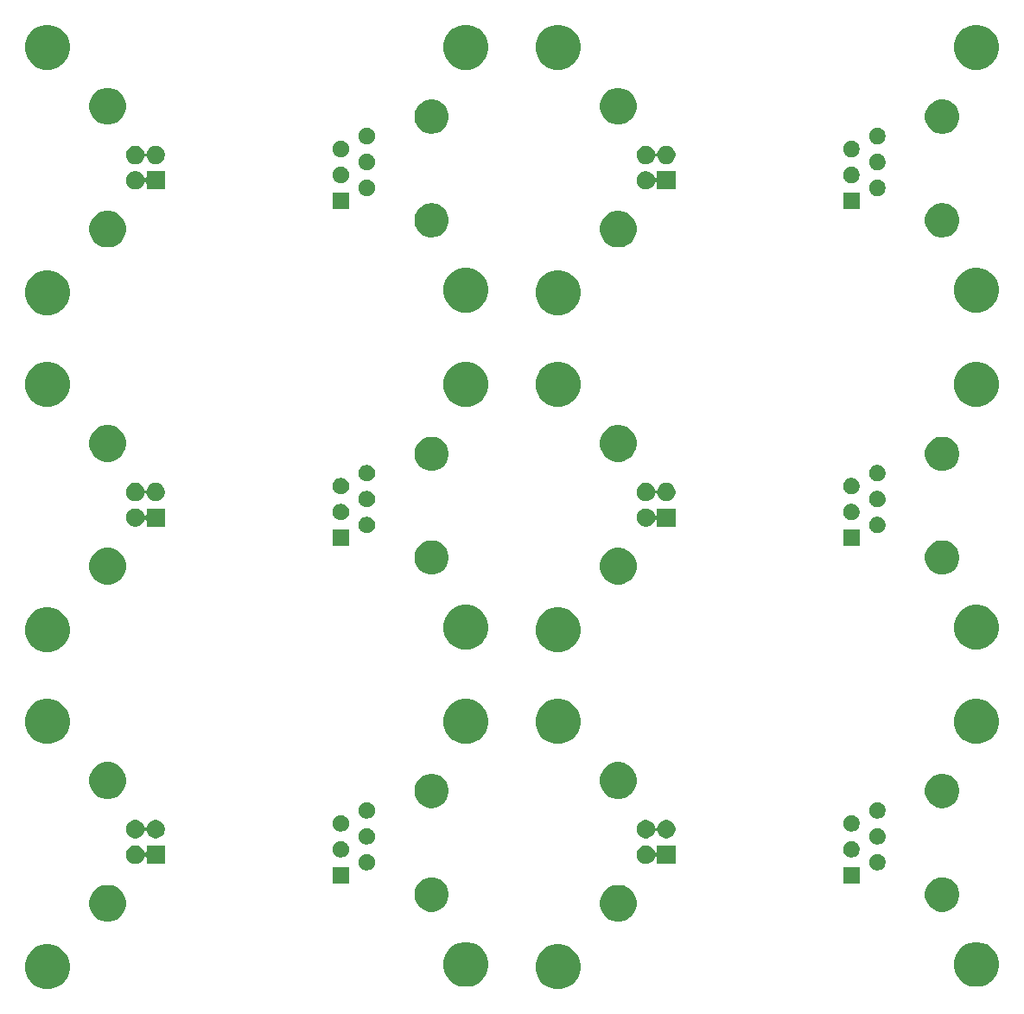
<source format=gbr>
G04 #@! TF.GenerationSoftware,KiCad,Pcbnew,5.1.3-ffb9f22~84~ubuntu16.04.1*
G04 #@! TF.CreationDate,2019-08-10T21:44:05-04:00*
G04 #@! TF.ProjectId,usb-serial-interface_panelized,7573622d-7365-4726-9961-6c2d696e7465,rev?*
G04 #@! TF.SameCoordinates,Original*
G04 #@! TF.FileFunction,Soldermask,Bot*
G04 #@! TF.FilePolarity,Negative*
%FSLAX46Y46*%
G04 Gerber Fmt 4.6, Leading zero omitted, Abs format (unit mm)*
G04 Created by KiCad (PCBNEW 5.1.3-ffb9f22~84~ubuntu16.04.1) date 2019-08-10 21:44:05*
%MOMM*%
%LPD*%
G04 APERTURE LIST*
%ADD10C,0.100000*%
G04 APERTURE END LIST*
D10*
G36*
X134542009Y-156618586D02*
G01*
X134942565Y-156784502D01*
X134942567Y-156784503D01*
X135303058Y-157025375D01*
X135609631Y-157331948D01*
X135850503Y-157692439D01*
X135850504Y-157692441D01*
X136016420Y-158092997D01*
X136101002Y-158518223D01*
X136101002Y-158951785D01*
X136016420Y-159377011D01*
X135850504Y-159777567D01*
X135850503Y-159777569D01*
X135609631Y-160138060D01*
X135303058Y-160444633D01*
X134942567Y-160685505D01*
X134942566Y-160685506D01*
X134942565Y-160685506D01*
X134542009Y-160851422D01*
X134116783Y-160936004D01*
X133683221Y-160936004D01*
X133257995Y-160851422D01*
X132857439Y-160685506D01*
X132857438Y-160685506D01*
X132857437Y-160685505D01*
X132496946Y-160444633D01*
X132190373Y-160138060D01*
X131949501Y-159777569D01*
X131949500Y-159777567D01*
X131783584Y-159377011D01*
X131699002Y-158951785D01*
X131699002Y-158518223D01*
X131783584Y-158092997D01*
X131949500Y-157692441D01*
X131949501Y-157692439D01*
X132190373Y-157331948D01*
X132496946Y-157025375D01*
X132857437Y-156784503D01*
X132857439Y-156784502D01*
X133257995Y-156618586D01*
X133683221Y-156534004D01*
X134116783Y-156534004D01*
X134542009Y-156618586D01*
X134542009Y-156618586D01*
G37*
G36*
X84517007Y-156618586D02*
G01*
X84917563Y-156784502D01*
X84917565Y-156784503D01*
X85278056Y-157025375D01*
X85584629Y-157331948D01*
X85825501Y-157692439D01*
X85825502Y-157692441D01*
X85991418Y-158092997D01*
X86076000Y-158518223D01*
X86076000Y-158951785D01*
X85991418Y-159377011D01*
X85825502Y-159777567D01*
X85825501Y-159777569D01*
X85584629Y-160138060D01*
X85278056Y-160444633D01*
X84917565Y-160685505D01*
X84917564Y-160685506D01*
X84917563Y-160685506D01*
X84517007Y-160851422D01*
X84091781Y-160936004D01*
X83658219Y-160936004D01*
X83232993Y-160851422D01*
X82832437Y-160685506D01*
X82832436Y-160685506D01*
X82832435Y-160685505D01*
X82471944Y-160444633D01*
X82165371Y-160138060D01*
X81924499Y-159777569D01*
X81924498Y-159777567D01*
X81758582Y-159377011D01*
X81674000Y-158951785D01*
X81674000Y-158518223D01*
X81758582Y-158092997D01*
X81924498Y-157692441D01*
X81924499Y-157692439D01*
X82165371Y-157331948D01*
X82471944Y-157025375D01*
X82832435Y-156784503D01*
X82832437Y-156784502D01*
X83232993Y-156618586D01*
X83658219Y-156534004D01*
X84091781Y-156534004D01*
X84517007Y-156618586D01*
X84517007Y-156618586D01*
G37*
G36*
X125517007Y-156368586D02*
G01*
X125917563Y-156534502D01*
X125917565Y-156534503D01*
X126278056Y-156775375D01*
X126584629Y-157081948D01*
X126751673Y-157331948D01*
X126825502Y-157442441D01*
X126991418Y-157842997D01*
X127076000Y-158268223D01*
X127076000Y-158701785D01*
X126991418Y-159127011D01*
X126887864Y-159377011D01*
X126825501Y-159527569D01*
X126584629Y-159888060D01*
X126278056Y-160194633D01*
X125917565Y-160435505D01*
X125917564Y-160435506D01*
X125917563Y-160435506D01*
X125517007Y-160601422D01*
X125091781Y-160686004D01*
X124658219Y-160686004D01*
X124232993Y-160601422D01*
X123832437Y-160435506D01*
X123832436Y-160435506D01*
X123832435Y-160435505D01*
X123471944Y-160194633D01*
X123165371Y-159888060D01*
X122924499Y-159527569D01*
X122862136Y-159377011D01*
X122758582Y-159127011D01*
X122674000Y-158701785D01*
X122674000Y-158268223D01*
X122758582Y-157842997D01*
X122924498Y-157442441D01*
X122998327Y-157331948D01*
X123165371Y-157081948D01*
X123471944Y-156775375D01*
X123832435Y-156534503D01*
X123832437Y-156534502D01*
X124232993Y-156368586D01*
X124658219Y-156284004D01*
X125091781Y-156284004D01*
X125517007Y-156368586D01*
X125517007Y-156368586D01*
G37*
G36*
X175542009Y-156368586D02*
G01*
X175942565Y-156534502D01*
X175942567Y-156534503D01*
X176303058Y-156775375D01*
X176609631Y-157081948D01*
X176776675Y-157331948D01*
X176850504Y-157442441D01*
X177016420Y-157842997D01*
X177101002Y-158268223D01*
X177101002Y-158701785D01*
X177016420Y-159127011D01*
X176912866Y-159377011D01*
X176850503Y-159527569D01*
X176609631Y-159888060D01*
X176303058Y-160194633D01*
X175942567Y-160435505D01*
X175942566Y-160435506D01*
X175942565Y-160435506D01*
X175542009Y-160601422D01*
X175116783Y-160686004D01*
X174683221Y-160686004D01*
X174257995Y-160601422D01*
X173857439Y-160435506D01*
X173857438Y-160435506D01*
X173857437Y-160435505D01*
X173496946Y-160194633D01*
X173190373Y-159888060D01*
X172949501Y-159527569D01*
X172887138Y-159377011D01*
X172783584Y-159127011D01*
X172699002Y-158701785D01*
X172699002Y-158268223D01*
X172783584Y-157842997D01*
X172949500Y-157442441D01*
X173023329Y-157331948D01*
X173190373Y-157081948D01*
X173496946Y-156775375D01*
X173857437Y-156534503D01*
X173857439Y-156534502D01*
X174257995Y-156368586D01*
X174683221Y-156284004D01*
X175116783Y-156284004D01*
X175542009Y-156368586D01*
X175542009Y-156368586D01*
G37*
G36*
X90303331Y-150773215D02*
G01*
X90631092Y-150908978D01*
X90926070Y-151106076D01*
X91176928Y-151356934D01*
X91374026Y-151651912D01*
X91509789Y-151979673D01*
X91579000Y-152327620D01*
X91579000Y-152682388D01*
X91509789Y-153030335D01*
X91374026Y-153358096D01*
X91176928Y-153653074D01*
X90926070Y-153903932D01*
X90631092Y-154101030D01*
X90303331Y-154236793D01*
X89955384Y-154306004D01*
X89600616Y-154306004D01*
X89252669Y-154236793D01*
X88924908Y-154101030D01*
X88629930Y-153903932D01*
X88379072Y-153653074D01*
X88181974Y-153358096D01*
X88046211Y-153030335D01*
X87977000Y-152682388D01*
X87977000Y-152327620D01*
X88046211Y-151979673D01*
X88181974Y-151651912D01*
X88379072Y-151356934D01*
X88629930Y-151106076D01*
X88924908Y-150908978D01*
X89252669Y-150773215D01*
X89600616Y-150704004D01*
X89955384Y-150704004D01*
X90303331Y-150773215D01*
X90303331Y-150773215D01*
G37*
G36*
X140328333Y-150773215D02*
G01*
X140656094Y-150908978D01*
X140951072Y-151106076D01*
X141201930Y-151356934D01*
X141399028Y-151651912D01*
X141534791Y-151979673D01*
X141604002Y-152327620D01*
X141604002Y-152682388D01*
X141534791Y-153030335D01*
X141399028Y-153358096D01*
X141201930Y-153653074D01*
X140951072Y-153903932D01*
X140656094Y-154101030D01*
X140328333Y-154236793D01*
X139980386Y-154306004D01*
X139625618Y-154306004D01*
X139277671Y-154236793D01*
X138949910Y-154101030D01*
X138654932Y-153903932D01*
X138404074Y-153653074D01*
X138206976Y-153358096D01*
X138071213Y-153030335D01*
X138002002Y-152682388D01*
X138002002Y-152327620D01*
X138071213Y-151979673D01*
X138206976Y-151651912D01*
X138404074Y-151356934D01*
X138654932Y-151106076D01*
X138949910Y-150908978D01*
X139277671Y-150773215D01*
X139625618Y-150704004D01*
X139980386Y-150704004D01*
X140328333Y-150773215D01*
X140328333Y-150773215D01*
G37*
G36*
X171866973Y-150001208D02*
G01*
X172028873Y-150033412D01*
X172333885Y-150159752D01*
X172608389Y-150343170D01*
X172841836Y-150576617D01*
X173025254Y-150851121D01*
X173151594Y-151156133D01*
X173216002Y-151479932D01*
X173216002Y-151810076D01*
X173151594Y-152133875D01*
X173025254Y-152438887D01*
X172841836Y-152713391D01*
X172608389Y-152946838D01*
X172333885Y-153130256D01*
X172028873Y-153256596D01*
X171705075Y-153321004D01*
X171374929Y-153321004D01*
X171051131Y-153256596D01*
X170746119Y-153130256D01*
X170471615Y-152946838D01*
X170238168Y-152713391D01*
X170054750Y-152438887D01*
X169928410Y-152133875D01*
X169864002Y-151810076D01*
X169864002Y-151479932D01*
X169928410Y-151156133D01*
X170054750Y-150851121D01*
X170238168Y-150576617D01*
X170471615Y-150343170D01*
X170746119Y-150159752D01*
X171051131Y-150033412D01*
X171213031Y-150001208D01*
X171374929Y-149969004D01*
X171705075Y-149969004D01*
X171866973Y-150001208D01*
X171866973Y-150001208D01*
G37*
G36*
X121841971Y-150001208D02*
G01*
X122003871Y-150033412D01*
X122308883Y-150159752D01*
X122583387Y-150343170D01*
X122816834Y-150576617D01*
X123000252Y-150851121D01*
X123126592Y-151156133D01*
X123191000Y-151479932D01*
X123191000Y-151810076D01*
X123126592Y-152133875D01*
X123000252Y-152438887D01*
X122816834Y-152713391D01*
X122583387Y-152946838D01*
X122308883Y-153130256D01*
X122003871Y-153256596D01*
X121680073Y-153321004D01*
X121349927Y-153321004D01*
X121026129Y-153256596D01*
X120721117Y-153130256D01*
X120446613Y-152946838D01*
X120213166Y-152713391D01*
X120029748Y-152438887D01*
X119903408Y-152133875D01*
X119839000Y-151810076D01*
X119839000Y-151479932D01*
X119903408Y-151156133D01*
X120029748Y-150851121D01*
X120213166Y-150576617D01*
X120446613Y-150343170D01*
X120721117Y-150159752D01*
X121026129Y-150033412D01*
X121188029Y-150001208D01*
X121349927Y-149969004D01*
X121680073Y-149969004D01*
X121841971Y-150001208D01*
X121841971Y-150001208D01*
G37*
G36*
X113436000Y-150546004D02*
G01*
X111814000Y-150546004D01*
X111814000Y-148924004D01*
X113436000Y-148924004D01*
X113436000Y-150546004D01*
X113436000Y-150546004D01*
G37*
G36*
X163461002Y-150546004D02*
G01*
X161839002Y-150546004D01*
X161839002Y-148924004D01*
X163461002Y-148924004D01*
X163461002Y-150546004D01*
X163461002Y-150546004D01*
G37*
G36*
X115401560Y-147685170D02*
G01*
X115549153Y-147746305D01*
X115681982Y-147835059D01*
X115794945Y-147948022D01*
X115883699Y-148080851D01*
X115944834Y-148228444D01*
X115976000Y-148385127D01*
X115976000Y-148544881D01*
X115944834Y-148701564D01*
X115883699Y-148849157D01*
X115794945Y-148981986D01*
X115681982Y-149094949D01*
X115549153Y-149183703D01*
X115549152Y-149183704D01*
X115549151Y-149183704D01*
X115401560Y-149244838D01*
X115244878Y-149276004D01*
X115085122Y-149276004D01*
X114928440Y-149244838D01*
X114780849Y-149183704D01*
X114780848Y-149183704D01*
X114780847Y-149183703D01*
X114648018Y-149094949D01*
X114535055Y-148981986D01*
X114446301Y-148849157D01*
X114385166Y-148701564D01*
X114354000Y-148544881D01*
X114354000Y-148385127D01*
X114385166Y-148228444D01*
X114446301Y-148080851D01*
X114535055Y-147948022D01*
X114648018Y-147835059D01*
X114780847Y-147746305D01*
X114928440Y-147685170D01*
X115085122Y-147654004D01*
X115244878Y-147654004D01*
X115401560Y-147685170D01*
X115401560Y-147685170D01*
G37*
G36*
X165426562Y-147685170D02*
G01*
X165574155Y-147746305D01*
X165706984Y-147835059D01*
X165819947Y-147948022D01*
X165908701Y-148080851D01*
X165969836Y-148228444D01*
X166001002Y-148385127D01*
X166001002Y-148544881D01*
X165969836Y-148701564D01*
X165908701Y-148849157D01*
X165819947Y-148981986D01*
X165706984Y-149094949D01*
X165574155Y-149183703D01*
X165574154Y-149183704D01*
X165574153Y-149183704D01*
X165426562Y-149244838D01*
X165269880Y-149276004D01*
X165110124Y-149276004D01*
X164953442Y-149244838D01*
X164805851Y-149183704D01*
X164805850Y-149183704D01*
X164805849Y-149183703D01*
X164673020Y-149094949D01*
X164560057Y-148981986D01*
X164471303Y-148849157D01*
X164410168Y-148701564D01*
X164379002Y-148544881D01*
X164379002Y-148385127D01*
X164410168Y-148228444D01*
X164471303Y-148080851D01*
X164560057Y-147948022D01*
X164673020Y-147835059D01*
X164805849Y-147746305D01*
X164953442Y-147685170D01*
X165110124Y-147654004D01*
X165269880Y-147654004D01*
X165426562Y-147685170D01*
X165426562Y-147685170D01*
G37*
G36*
X92601512Y-146838931D02*
G01*
X92750812Y-146868628D01*
X92914784Y-146936548D01*
X93062354Y-147035151D01*
X93187853Y-147160650D01*
X93286456Y-147308220D01*
X93346523Y-147453233D01*
X93358068Y-147474833D01*
X93373613Y-147493775D01*
X93392555Y-147509320D01*
X93414166Y-147520871D01*
X93437615Y-147527984D01*
X93462001Y-147530386D01*
X93486387Y-147527984D01*
X93509836Y-147520871D01*
X93531447Y-147509320D01*
X93550389Y-147493775D01*
X93565934Y-147474833D01*
X93577485Y-147453222D01*
X93584598Y-147429773D01*
X93587000Y-147405387D01*
X93587000Y-146834004D01*
X95389000Y-146834004D01*
X95389000Y-148636004D01*
X93587000Y-148636004D01*
X93587000Y-148064621D01*
X93584598Y-148040235D01*
X93577485Y-148016786D01*
X93565934Y-147995175D01*
X93550389Y-147976233D01*
X93531447Y-147960688D01*
X93509836Y-147949137D01*
X93486387Y-147942024D01*
X93462001Y-147939622D01*
X93437615Y-147942024D01*
X93414166Y-147949137D01*
X93392555Y-147960688D01*
X93373613Y-147976233D01*
X93358068Y-147995175D01*
X93346523Y-148016775D01*
X93286456Y-148161788D01*
X93187853Y-148309358D01*
X93062354Y-148434857D01*
X92914784Y-148533460D01*
X92750812Y-148601380D01*
X92601512Y-148631077D01*
X92576742Y-148636004D01*
X92399258Y-148636004D01*
X92374488Y-148631077D01*
X92225188Y-148601380D01*
X92061216Y-148533460D01*
X91913646Y-148434857D01*
X91788147Y-148309358D01*
X91689544Y-148161788D01*
X91621624Y-147997816D01*
X91587000Y-147823745D01*
X91587000Y-147646263D01*
X91621624Y-147472192D01*
X91689544Y-147308220D01*
X91788147Y-147160650D01*
X91913646Y-147035151D01*
X92061216Y-146936548D01*
X92225188Y-146868628D01*
X92374488Y-146838931D01*
X92399258Y-146834004D01*
X92576742Y-146834004D01*
X92601512Y-146838931D01*
X92601512Y-146838931D01*
G37*
G36*
X142626514Y-146838931D02*
G01*
X142775814Y-146868628D01*
X142939786Y-146936548D01*
X143087356Y-147035151D01*
X143212855Y-147160650D01*
X143311458Y-147308220D01*
X143371525Y-147453233D01*
X143383070Y-147474833D01*
X143398615Y-147493775D01*
X143417557Y-147509320D01*
X143439168Y-147520871D01*
X143462617Y-147527984D01*
X143487003Y-147530386D01*
X143511389Y-147527984D01*
X143534838Y-147520871D01*
X143556449Y-147509320D01*
X143575391Y-147493775D01*
X143590936Y-147474833D01*
X143602487Y-147453222D01*
X143609600Y-147429773D01*
X143612002Y-147405387D01*
X143612002Y-146834004D01*
X145414002Y-146834004D01*
X145414002Y-148636004D01*
X143612002Y-148636004D01*
X143612002Y-148064621D01*
X143609600Y-148040235D01*
X143602487Y-148016786D01*
X143590936Y-147995175D01*
X143575391Y-147976233D01*
X143556449Y-147960688D01*
X143534838Y-147949137D01*
X143511389Y-147942024D01*
X143487003Y-147939622D01*
X143462617Y-147942024D01*
X143439168Y-147949137D01*
X143417557Y-147960688D01*
X143398615Y-147976233D01*
X143383070Y-147995175D01*
X143371525Y-148016775D01*
X143311458Y-148161788D01*
X143212855Y-148309358D01*
X143087356Y-148434857D01*
X142939786Y-148533460D01*
X142775814Y-148601380D01*
X142626514Y-148631077D01*
X142601744Y-148636004D01*
X142424260Y-148636004D01*
X142399490Y-148631077D01*
X142250190Y-148601380D01*
X142086218Y-148533460D01*
X141938648Y-148434857D01*
X141813149Y-148309358D01*
X141714546Y-148161788D01*
X141646626Y-147997816D01*
X141612002Y-147823745D01*
X141612002Y-147646263D01*
X141646626Y-147472192D01*
X141714546Y-147308220D01*
X141813149Y-147160650D01*
X141938648Y-147035151D01*
X142086218Y-146936548D01*
X142250190Y-146868628D01*
X142399490Y-146838931D01*
X142424260Y-146834004D01*
X142601744Y-146834004D01*
X142626514Y-146838931D01*
X142626514Y-146838931D01*
G37*
G36*
X162886562Y-146415170D02*
G01*
X163034155Y-146476305D01*
X163166984Y-146565059D01*
X163279947Y-146678022D01*
X163318690Y-146736004D01*
X163368702Y-146810853D01*
X163429836Y-146958444D01*
X163461002Y-147115126D01*
X163461002Y-147274882D01*
X163429836Y-147431564D01*
X163397629Y-147509320D01*
X163368701Y-147579157D01*
X163279947Y-147711986D01*
X163166984Y-147824949D01*
X163034155Y-147913703D01*
X163034154Y-147913704D01*
X163034153Y-147913704D01*
X162886562Y-147974838D01*
X162729880Y-148006004D01*
X162570124Y-148006004D01*
X162413442Y-147974838D01*
X162265851Y-147913704D01*
X162265850Y-147913704D01*
X162265849Y-147913703D01*
X162133020Y-147824949D01*
X162020057Y-147711986D01*
X161931303Y-147579157D01*
X161902376Y-147509320D01*
X161870168Y-147431564D01*
X161839002Y-147274882D01*
X161839002Y-147115126D01*
X161870168Y-146958444D01*
X161931302Y-146810853D01*
X161981315Y-146736004D01*
X162020057Y-146678022D01*
X162133020Y-146565059D01*
X162265849Y-146476305D01*
X162413442Y-146415170D01*
X162570124Y-146384004D01*
X162729880Y-146384004D01*
X162886562Y-146415170D01*
X162886562Y-146415170D01*
G37*
G36*
X112861560Y-146415170D02*
G01*
X113009153Y-146476305D01*
X113141982Y-146565059D01*
X113254945Y-146678022D01*
X113293688Y-146736004D01*
X113343700Y-146810853D01*
X113404834Y-146958444D01*
X113436000Y-147115126D01*
X113436000Y-147274882D01*
X113404834Y-147431564D01*
X113372627Y-147509320D01*
X113343699Y-147579157D01*
X113254945Y-147711986D01*
X113141982Y-147824949D01*
X113009153Y-147913703D01*
X113009152Y-147913704D01*
X113009151Y-147913704D01*
X112861560Y-147974838D01*
X112704878Y-148006004D01*
X112545122Y-148006004D01*
X112388440Y-147974838D01*
X112240849Y-147913704D01*
X112240848Y-147913704D01*
X112240847Y-147913703D01*
X112108018Y-147824949D01*
X111995055Y-147711986D01*
X111906301Y-147579157D01*
X111877374Y-147509320D01*
X111845166Y-147431564D01*
X111814000Y-147274882D01*
X111814000Y-147115126D01*
X111845166Y-146958444D01*
X111906300Y-146810853D01*
X111956313Y-146736004D01*
X111995055Y-146678022D01*
X112108018Y-146565059D01*
X112240847Y-146476305D01*
X112388440Y-146415170D01*
X112545122Y-146384004D01*
X112704878Y-146384004D01*
X112861560Y-146415170D01*
X112861560Y-146415170D01*
G37*
G36*
X115316477Y-145128246D02*
G01*
X115401560Y-145145170D01*
X115549153Y-145206305D01*
X115681982Y-145295059D01*
X115794945Y-145408022D01*
X115833688Y-145466004D01*
X115883700Y-145540853D01*
X115944834Y-145688444D01*
X115976000Y-145845126D01*
X115976000Y-146004882D01*
X115956805Y-146101380D01*
X115944834Y-146161564D01*
X115883699Y-146309157D01*
X115794945Y-146441986D01*
X115681982Y-146554949D01*
X115549153Y-146643703D01*
X115549152Y-146643704D01*
X115549151Y-146643704D01*
X115401560Y-146704838D01*
X115244878Y-146736004D01*
X115085122Y-146736004D01*
X114928440Y-146704838D01*
X114780849Y-146643704D01*
X114780848Y-146643704D01*
X114780847Y-146643703D01*
X114648018Y-146554949D01*
X114535055Y-146441986D01*
X114446301Y-146309157D01*
X114385166Y-146161564D01*
X114373195Y-146101380D01*
X114354000Y-146004882D01*
X114354000Y-145845126D01*
X114385166Y-145688444D01*
X114446300Y-145540853D01*
X114496313Y-145466004D01*
X114535055Y-145408022D01*
X114648018Y-145295059D01*
X114780847Y-145206305D01*
X114928440Y-145145170D01*
X115013523Y-145128246D01*
X115085122Y-145114004D01*
X115244878Y-145114004D01*
X115316477Y-145128246D01*
X115316477Y-145128246D01*
G37*
G36*
X165341479Y-145128246D02*
G01*
X165426562Y-145145170D01*
X165574155Y-145206305D01*
X165706984Y-145295059D01*
X165819947Y-145408022D01*
X165858690Y-145466004D01*
X165908702Y-145540853D01*
X165969836Y-145688444D01*
X166001002Y-145845126D01*
X166001002Y-146004882D01*
X165981807Y-146101380D01*
X165969836Y-146161564D01*
X165908701Y-146309157D01*
X165819947Y-146441986D01*
X165706984Y-146554949D01*
X165574155Y-146643703D01*
X165574154Y-146643704D01*
X165574153Y-146643704D01*
X165426562Y-146704838D01*
X165269880Y-146736004D01*
X165110124Y-146736004D01*
X164953442Y-146704838D01*
X164805851Y-146643704D01*
X164805850Y-146643704D01*
X164805849Y-146643703D01*
X164673020Y-146554949D01*
X164560057Y-146441986D01*
X164471303Y-146309157D01*
X164410168Y-146161564D01*
X164398197Y-146101380D01*
X164379002Y-146004882D01*
X164379002Y-145845126D01*
X164410168Y-145688444D01*
X164471302Y-145540853D01*
X164521315Y-145466004D01*
X164560057Y-145408022D01*
X164673020Y-145295059D01*
X164805849Y-145206305D01*
X164953442Y-145145170D01*
X165038525Y-145128246D01*
X165110124Y-145114004D01*
X165269880Y-145114004D01*
X165341479Y-145128246D01*
X165341479Y-145128246D01*
G37*
G36*
X142626514Y-144338931D02*
G01*
X142775814Y-144368628D01*
X142939786Y-144436548D01*
X143087356Y-144535151D01*
X143212855Y-144660650D01*
X143311458Y-144808220D01*
X143379378Y-144972192D01*
X143390407Y-145027642D01*
X143397518Y-145051082D01*
X143409069Y-145072693D01*
X143424615Y-145091635D01*
X143443557Y-145107180D01*
X143465167Y-145118731D01*
X143488616Y-145125844D01*
X143513002Y-145128246D01*
X143537389Y-145125844D01*
X143560837Y-145118731D01*
X143582448Y-145107180D01*
X143601390Y-145091634D01*
X143616935Y-145072692D01*
X143628486Y-145051082D01*
X143635597Y-145027642D01*
X143646626Y-144972192D01*
X143714546Y-144808220D01*
X143813149Y-144660650D01*
X143938648Y-144535151D01*
X144086218Y-144436548D01*
X144250190Y-144368628D01*
X144399490Y-144338931D01*
X144424260Y-144334004D01*
X144601744Y-144334004D01*
X144626514Y-144338931D01*
X144775814Y-144368628D01*
X144939786Y-144436548D01*
X145087356Y-144535151D01*
X145212855Y-144660650D01*
X145311458Y-144808220D01*
X145379378Y-144972192D01*
X145414002Y-145146263D01*
X145414002Y-145323745D01*
X145379378Y-145497816D01*
X145311458Y-145661788D01*
X145212855Y-145809358D01*
X145087356Y-145934857D01*
X144939786Y-146033460D01*
X144775814Y-146101380D01*
X144626514Y-146131077D01*
X144601744Y-146136004D01*
X144424260Y-146136004D01*
X144399490Y-146131077D01*
X144250190Y-146101380D01*
X144086218Y-146033460D01*
X143938648Y-145934857D01*
X143813149Y-145809358D01*
X143714546Y-145661788D01*
X143646626Y-145497816D01*
X143635597Y-145442366D01*
X143628486Y-145418926D01*
X143616935Y-145397315D01*
X143601389Y-145378373D01*
X143582447Y-145362828D01*
X143560837Y-145351277D01*
X143537388Y-145344164D01*
X143513002Y-145341762D01*
X143488615Y-145344164D01*
X143465167Y-145351277D01*
X143443556Y-145362828D01*
X143424614Y-145378374D01*
X143409069Y-145397316D01*
X143397518Y-145418926D01*
X143390407Y-145442366D01*
X143379378Y-145497816D01*
X143311458Y-145661788D01*
X143212855Y-145809358D01*
X143087356Y-145934857D01*
X142939786Y-146033460D01*
X142775814Y-146101380D01*
X142626514Y-146131077D01*
X142601744Y-146136004D01*
X142424260Y-146136004D01*
X142399490Y-146131077D01*
X142250190Y-146101380D01*
X142086218Y-146033460D01*
X141938648Y-145934857D01*
X141813149Y-145809358D01*
X141714546Y-145661788D01*
X141646626Y-145497816D01*
X141612002Y-145323745D01*
X141612002Y-145146263D01*
X141646626Y-144972192D01*
X141714546Y-144808220D01*
X141813149Y-144660650D01*
X141938648Y-144535151D01*
X142086218Y-144436548D01*
X142250190Y-144368628D01*
X142399490Y-144338931D01*
X142424260Y-144334004D01*
X142601744Y-144334004D01*
X142626514Y-144338931D01*
X142626514Y-144338931D01*
G37*
G36*
X92601512Y-144338931D02*
G01*
X92750812Y-144368628D01*
X92914784Y-144436548D01*
X93062354Y-144535151D01*
X93187853Y-144660650D01*
X93286456Y-144808220D01*
X93354376Y-144972192D01*
X93365405Y-145027642D01*
X93372516Y-145051082D01*
X93384067Y-145072693D01*
X93399613Y-145091635D01*
X93418555Y-145107180D01*
X93440165Y-145118731D01*
X93463614Y-145125844D01*
X93488000Y-145128246D01*
X93512387Y-145125844D01*
X93535835Y-145118731D01*
X93557446Y-145107180D01*
X93576388Y-145091634D01*
X93591933Y-145072692D01*
X93603484Y-145051082D01*
X93610595Y-145027642D01*
X93621624Y-144972192D01*
X93689544Y-144808220D01*
X93788147Y-144660650D01*
X93913646Y-144535151D01*
X94061216Y-144436548D01*
X94225188Y-144368628D01*
X94374488Y-144338931D01*
X94399258Y-144334004D01*
X94576742Y-144334004D01*
X94601512Y-144338931D01*
X94750812Y-144368628D01*
X94914784Y-144436548D01*
X95062354Y-144535151D01*
X95187853Y-144660650D01*
X95286456Y-144808220D01*
X95354376Y-144972192D01*
X95389000Y-145146263D01*
X95389000Y-145323745D01*
X95354376Y-145497816D01*
X95286456Y-145661788D01*
X95187853Y-145809358D01*
X95062354Y-145934857D01*
X94914784Y-146033460D01*
X94750812Y-146101380D01*
X94601512Y-146131077D01*
X94576742Y-146136004D01*
X94399258Y-146136004D01*
X94374488Y-146131077D01*
X94225188Y-146101380D01*
X94061216Y-146033460D01*
X93913646Y-145934857D01*
X93788147Y-145809358D01*
X93689544Y-145661788D01*
X93621624Y-145497816D01*
X93610595Y-145442366D01*
X93603484Y-145418926D01*
X93591933Y-145397315D01*
X93576387Y-145378373D01*
X93557445Y-145362828D01*
X93535835Y-145351277D01*
X93512386Y-145344164D01*
X93488000Y-145341762D01*
X93463613Y-145344164D01*
X93440165Y-145351277D01*
X93418554Y-145362828D01*
X93399612Y-145378374D01*
X93384067Y-145397316D01*
X93372516Y-145418926D01*
X93365405Y-145442366D01*
X93354376Y-145497816D01*
X93286456Y-145661788D01*
X93187853Y-145809358D01*
X93062354Y-145934857D01*
X92914784Y-146033460D01*
X92750812Y-146101380D01*
X92601512Y-146131077D01*
X92576742Y-146136004D01*
X92399258Y-146136004D01*
X92374488Y-146131077D01*
X92225188Y-146101380D01*
X92061216Y-146033460D01*
X91913646Y-145934857D01*
X91788147Y-145809358D01*
X91689544Y-145661788D01*
X91621624Y-145497816D01*
X91587000Y-145323745D01*
X91587000Y-145146263D01*
X91621624Y-144972192D01*
X91689544Y-144808220D01*
X91788147Y-144660650D01*
X91913646Y-144535151D01*
X92061216Y-144436548D01*
X92225188Y-144368628D01*
X92374488Y-144338931D01*
X92399258Y-144334004D01*
X92576742Y-144334004D01*
X92601512Y-144338931D01*
X92601512Y-144338931D01*
G37*
G36*
X162886562Y-143875170D02*
G01*
X163034155Y-143936305D01*
X163166984Y-144025059D01*
X163279947Y-144138022D01*
X163368701Y-144270851D01*
X163429836Y-144418444D01*
X163461002Y-144575127D01*
X163461002Y-144734881D01*
X163429836Y-144891564D01*
X163368701Y-145039157D01*
X163279947Y-145171986D01*
X163166984Y-145284949D01*
X163034155Y-145373703D01*
X163034154Y-145373704D01*
X163034153Y-145373704D01*
X162886562Y-145434838D01*
X162729880Y-145466004D01*
X162570124Y-145466004D01*
X162413442Y-145434838D01*
X162265851Y-145373704D01*
X162265850Y-145373704D01*
X162265849Y-145373703D01*
X162133020Y-145284949D01*
X162020057Y-145171986D01*
X161931303Y-145039157D01*
X161870168Y-144891564D01*
X161839002Y-144734881D01*
X161839002Y-144575127D01*
X161870168Y-144418444D01*
X161931303Y-144270851D01*
X162020057Y-144138022D01*
X162133020Y-144025059D01*
X162265849Y-143936305D01*
X162413442Y-143875170D01*
X162570124Y-143844004D01*
X162729880Y-143844004D01*
X162886562Y-143875170D01*
X162886562Y-143875170D01*
G37*
G36*
X112861560Y-143875170D02*
G01*
X113009153Y-143936305D01*
X113141982Y-144025059D01*
X113254945Y-144138022D01*
X113343699Y-144270851D01*
X113404834Y-144418444D01*
X113436000Y-144575127D01*
X113436000Y-144734881D01*
X113404834Y-144891564D01*
X113343699Y-145039157D01*
X113254945Y-145171986D01*
X113141982Y-145284949D01*
X113009153Y-145373703D01*
X113009152Y-145373704D01*
X113009151Y-145373704D01*
X112861560Y-145434838D01*
X112704878Y-145466004D01*
X112545122Y-145466004D01*
X112388440Y-145434838D01*
X112240849Y-145373704D01*
X112240848Y-145373704D01*
X112240847Y-145373703D01*
X112108018Y-145284949D01*
X111995055Y-145171986D01*
X111906301Y-145039157D01*
X111845166Y-144891564D01*
X111814000Y-144734881D01*
X111814000Y-144575127D01*
X111845166Y-144418444D01*
X111906301Y-144270851D01*
X111995055Y-144138022D01*
X112108018Y-144025059D01*
X112240847Y-143936305D01*
X112388440Y-143875170D01*
X112545122Y-143844004D01*
X112704878Y-143844004D01*
X112861560Y-143875170D01*
X112861560Y-143875170D01*
G37*
G36*
X165426562Y-142605170D02*
G01*
X165574155Y-142666305D01*
X165706984Y-142755059D01*
X165819947Y-142868022D01*
X165908701Y-143000851D01*
X165969836Y-143148444D01*
X166001002Y-143305127D01*
X166001002Y-143464881D01*
X165969836Y-143621564D01*
X165908701Y-143769157D01*
X165819947Y-143901986D01*
X165706984Y-144014949D01*
X165574155Y-144103703D01*
X165574154Y-144103704D01*
X165574153Y-144103704D01*
X165426562Y-144164838D01*
X165269880Y-144196004D01*
X165110124Y-144196004D01*
X164953442Y-144164838D01*
X164805851Y-144103704D01*
X164805850Y-144103704D01*
X164805849Y-144103703D01*
X164673020Y-144014949D01*
X164560057Y-143901986D01*
X164471303Y-143769157D01*
X164410168Y-143621564D01*
X164379002Y-143464881D01*
X164379002Y-143305127D01*
X164410168Y-143148444D01*
X164471303Y-143000851D01*
X164560057Y-142868022D01*
X164673020Y-142755059D01*
X164805849Y-142666305D01*
X164953442Y-142605170D01*
X165110124Y-142574004D01*
X165269880Y-142574004D01*
X165426562Y-142605170D01*
X165426562Y-142605170D01*
G37*
G36*
X115401560Y-142605170D02*
G01*
X115549153Y-142666305D01*
X115681982Y-142755059D01*
X115794945Y-142868022D01*
X115883699Y-143000851D01*
X115944834Y-143148444D01*
X115976000Y-143305127D01*
X115976000Y-143464881D01*
X115944834Y-143621564D01*
X115883699Y-143769157D01*
X115794945Y-143901986D01*
X115681982Y-144014949D01*
X115549153Y-144103703D01*
X115549152Y-144103704D01*
X115549151Y-144103704D01*
X115401560Y-144164838D01*
X115244878Y-144196004D01*
X115085122Y-144196004D01*
X114928440Y-144164838D01*
X114780849Y-144103704D01*
X114780848Y-144103704D01*
X114780847Y-144103703D01*
X114648018Y-144014949D01*
X114535055Y-143901986D01*
X114446301Y-143769157D01*
X114385166Y-143621564D01*
X114354000Y-143464881D01*
X114354000Y-143305127D01*
X114385166Y-143148444D01*
X114446301Y-143000851D01*
X114535055Y-142868022D01*
X114648018Y-142755059D01*
X114780847Y-142666305D01*
X114928440Y-142605170D01*
X115085122Y-142574004D01*
X115244878Y-142574004D01*
X115401560Y-142605170D01*
X115401560Y-142605170D01*
G37*
G36*
X172028873Y-139873412D02*
G01*
X172333885Y-139999752D01*
X172608389Y-140183170D01*
X172841836Y-140416617D01*
X173025254Y-140691121D01*
X173151594Y-140996133D01*
X173216002Y-141319932D01*
X173216002Y-141650076D01*
X173151594Y-141973875D01*
X173025254Y-142278887D01*
X172841836Y-142553391D01*
X172608389Y-142786838D01*
X172333885Y-142970256D01*
X172028873Y-143096596D01*
X171866973Y-143128800D01*
X171705075Y-143161004D01*
X171374929Y-143161004D01*
X171213031Y-143128800D01*
X171051131Y-143096596D01*
X170746119Y-142970256D01*
X170471615Y-142786838D01*
X170238168Y-142553391D01*
X170054750Y-142278887D01*
X169928410Y-141973875D01*
X169864002Y-141650076D01*
X169864002Y-141319932D01*
X169928410Y-140996133D01*
X170054750Y-140691121D01*
X170238168Y-140416617D01*
X170471615Y-140183170D01*
X170746119Y-139999752D01*
X171051131Y-139873412D01*
X171374929Y-139809004D01*
X171705075Y-139809004D01*
X172028873Y-139873412D01*
X172028873Y-139873412D01*
G37*
G36*
X122003871Y-139873412D02*
G01*
X122308883Y-139999752D01*
X122583387Y-140183170D01*
X122816834Y-140416617D01*
X123000252Y-140691121D01*
X123126592Y-140996133D01*
X123191000Y-141319932D01*
X123191000Y-141650076D01*
X123126592Y-141973875D01*
X123000252Y-142278887D01*
X122816834Y-142553391D01*
X122583387Y-142786838D01*
X122308883Y-142970256D01*
X122003871Y-143096596D01*
X121841971Y-143128800D01*
X121680073Y-143161004D01*
X121349927Y-143161004D01*
X121188029Y-143128800D01*
X121026129Y-143096596D01*
X120721117Y-142970256D01*
X120446613Y-142786838D01*
X120213166Y-142553391D01*
X120029748Y-142278887D01*
X119903408Y-141973875D01*
X119839000Y-141650076D01*
X119839000Y-141319932D01*
X119903408Y-140996133D01*
X120029748Y-140691121D01*
X120213166Y-140416617D01*
X120446613Y-140183170D01*
X120721117Y-139999752D01*
X121026129Y-139873412D01*
X121349927Y-139809004D01*
X121680073Y-139809004D01*
X122003871Y-139873412D01*
X122003871Y-139873412D01*
G37*
G36*
X90303331Y-138733215D02*
G01*
X90631092Y-138868978D01*
X90926070Y-139066076D01*
X91176928Y-139316934D01*
X91374026Y-139611912D01*
X91509789Y-139939673D01*
X91579000Y-140287620D01*
X91579000Y-140642388D01*
X91509789Y-140990335D01*
X91374026Y-141318096D01*
X91176928Y-141613074D01*
X90926070Y-141863932D01*
X90631092Y-142061030D01*
X90303331Y-142196793D01*
X89955384Y-142266004D01*
X89600616Y-142266004D01*
X89252669Y-142196793D01*
X88924908Y-142061030D01*
X88629930Y-141863932D01*
X88379072Y-141613074D01*
X88181974Y-141318096D01*
X88046211Y-140990335D01*
X87977000Y-140642388D01*
X87977000Y-140287620D01*
X88046211Y-139939673D01*
X88181974Y-139611912D01*
X88379072Y-139316934D01*
X88629930Y-139066076D01*
X88924908Y-138868978D01*
X89252669Y-138733215D01*
X89600616Y-138664004D01*
X89955384Y-138664004D01*
X90303331Y-138733215D01*
X90303331Y-138733215D01*
G37*
G36*
X140328333Y-138733215D02*
G01*
X140656094Y-138868978D01*
X140951072Y-139066076D01*
X141201930Y-139316934D01*
X141399028Y-139611912D01*
X141534791Y-139939673D01*
X141604002Y-140287620D01*
X141604002Y-140642388D01*
X141534791Y-140990335D01*
X141399028Y-141318096D01*
X141201930Y-141613074D01*
X140951072Y-141863932D01*
X140656094Y-142061030D01*
X140328333Y-142196793D01*
X139980386Y-142266004D01*
X139625618Y-142266004D01*
X139277671Y-142196793D01*
X138949910Y-142061030D01*
X138654932Y-141863932D01*
X138404074Y-141613074D01*
X138206976Y-141318096D01*
X138071213Y-140990335D01*
X138002002Y-140642388D01*
X138002002Y-140287620D01*
X138071213Y-139939673D01*
X138206976Y-139611912D01*
X138404074Y-139316934D01*
X138654932Y-139066076D01*
X138949910Y-138868978D01*
X139277671Y-138733215D01*
X139625618Y-138664004D01*
X139980386Y-138664004D01*
X140328333Y-138733215D01*
X140328333Y-138733215D01*
G37*
G36*
X175542009Y-132563586D02*
G01*
X175942565Y-132729502D01*
X175942567Y-132729503D01*
X176303058Y-132970375D01*
X176609631Y-133276948D01*
X176850503Y-133637439D01*
X176850504Y-133637441D01*
X177016420Y-134037997D01*
X177101002Y-134463223D01*
X177101002Y-134896785D01*
X177016420Y-135322011D01*
X176850504Y-135722567D01*
X176850503Y-135722569D01*
X176609631Y-136083060D01*
X176303058Y-136389633D01*
X175942567Y-136630505D01*
X175942566Y-136630506D01*
X175942565Y-136630506D01*
X175542009Y-136796422D01*
X175116783Y-136881004D01*
X174683221Y-136881004D01*
X174257995Y-136796422D01*
X173857439Y-136630506D01*
X173857438Y-136630506D01*
X173857437Y-136630505D01*
X173496946Y-136389633D01*
X173190373Y-136083060D01*
X172949501Y-135722569D01*
X172949500Y-135722567D01*
X172783584Y-135322011D01*
X172699002Y-134896785D01*
X172699002Y-134463223D01*
X172783584Y-134037997D01*
X172949500Y-133637441D01*
X172949501Y-133637439D01*
X173190373Y-133276948D01*
X173496946Y-132970375D01*
X173857437Y-132729503D01*
X173857439Y-132729502D01*
X174257995Y-132563586D01*
X174683221Y-132479004D01*
X175116783Y-132479004D01*
X175542009Y-132563586D01*
X175542009Y-132563586D01*
G37*
G36*
X125517007Y-132563586D02*
G01*
X125917563Y-132729502D01*
X125917565Y-132729503D01*
X126278056Y-132970375D01*
X126584629Y-133276948D01*
X126825501Y-133637439D01*
X126825502Y-133637441D01*
X126991418Y-134037997D01*
X127076000Y-134463223D01*
X127076000Y-134896785D01*
X126991418Y-135322011D01*
X126825502Y-135722567D01*
X126825501Y-135722569D01*
X126584629Y-136083060D01*
X126278056Y-136389633D01*
X125917565Y-136630505D01*
X125917564Y-136630506D01*
X125917563Y-136630506D01*
X125517007Y-136796422D01*
X125091781Y-136881004D01*
X124658219Y-136881004D01*
X124232993Y-136796422D01*
X123832437Y-136630506D01*
X123832436Y-136630506D01*
X123832435Y-136630505D01*
X123471944Y-136389633D01*
X123165371Y-136083060D01*
X122924499Y-135722569D01*
X122924498Y-135722567D01*
X122758582Y-135322011D01*
X122674000Y-134896785D01*
X122674000Y-134463223D01*
X122758582Y-134037997D01*
X122924498Y-133637441D01*
X122924499Y-133637439D01*
X123165371Y-133276948D01*
X123471944Y-132970375D01*
X123832435Y-132729503D01*
X123832437Y-132729502D01*
X124232993Y-132563586D01*
X124658219Y-132479004D01*
X125091781Y-132479004D01*
X125517007Y-132563586D01*
X125517007Y-132563586D01*
G37*
G36*
X84517007Y-132563586D02*
G01*
X84917563Y-132729502D01*
X84917565Y-132729503D01*
X85278056Y-132970375D01*
X85584629Y-133276948D01*
X85825501Y-133637439D01*
X85825502Y-133637441D01*
X85991418Y-134037997D01*
X86076000Y-134463223D01*
X86076000Y-134896785D01*
X85991418Y-135322011D01*
X85825502Y-135722567D01*
X85825501Y-135722569D01*
X85584629Y-136083060D01*
X85278056Y-136389633D01*
X84917565Y-136630505D01*
X84917564Y-136630506D01*
X84917563Y-136630506D01*
X84517007Y-136796422D01*
X84091781Y-136881004D01*
X83658219Y-136881004D01*
X83232993Y-136796422D01*
X82832437Y-136630506D01*
X82832436Y-136630506D01*
X82832435Y-136630505D01*
X82471944Y-136389633D01*
X82165371Y-136083060D01*
X81924499Y-135722569D01*
X81924498Y-135722567D01*
X81758582Y-135322011D01*
X81674000Y-134896785D01*
X81674000Y-134463223D01*
X81758582Y-134037997D01*
X81924498Y-133637441D01*
X81924499Y-133637439D01*
X82165371Y-133276948D01*
X82471944Y-132970375D01*
X82832435Y-132729503D01*
X82832437Y-132729502D01*
X83232993Y-132563586D01*
X83658219Y-132479004D01*
X84091781Y-132479004D01*
X84517007Y-132563586D01*
X84517007Y-132563586D01*
G37*
G36*
X134542009Y-132563586D02*
G01*
X134942565Y-132729502D01*
X134942567Y-132729503D01*
X135303058Y-132970375D01*
X135609631Y-133276948D01*
X135850503Y-133637439D01*
X135850504Y-133637441D01*
X136016420Y-134037997D01*
X136101002Y-134463223D01*
X136101002Y-134896785D01*
X136016420Y-135322011D01*
X135850504Y-135722567D01*
X135850503Y-135722569D01*
X135609631Y-136083060D01*
X135303058Y-136389633D01*
X134942567Y-136630505D01*
X134942566Y-136630506D01*
X134942565Y-136630506D01*
X134542009Y-136796422D01*
X134116783Y-136881004D01*
X133683221Y-136881004D01*
X133257995Y-136796422D01*
X132857439Y-136630506D01*
X132857438Y-136630506D01*
X132857437Y-136630505D01*
X132496946Y-136389633D01*
X132190373Y-136083060D01*
X131949501Y-135722569D01*
X131949500Y-135722567D01*
X131783584Y-135322011D01*
X131699002Y-134896785D01*
X131699002Y-134463223D01*
X131783584Y-134037997D01*
X131949500Y-133637441D01*
X131949501Y-133637439D01*
X132190373Y-133276948D01*
X132496946Y-132970375D01*
X132857437Y-132729503D01*
X132857439Y-132729502D01*
X133257995Y-132563586D01*
X133683221Y-132479004D01*
X134116783Y-132479004D01*
X134542009Y-132563586D01*
X134542009Y-132563586D01*
G37*
G36*
X84517007Y-123568584D02*
G01*
X84917563Y-123734500D01*
X84917565Y-123734501D01*
X85278056Y-123975373D01*
X85584629Y-124281946D01*
X85825501Y-124642437D01*
X85825502Y-124642439D01*
X85991418Y-125042995D01*
X86076000Y-125468221D01*
X86076000Y-125901783D01*
X85991418Y-126327009D01*
X85825502Y-126727565D01*
X85825501Y-126727567D01*
X85584629Y-127088058D01*
X85278056Y-127394631D01*
X84917565Y-127635503D01*
X84917564Y-127635504D01*
X84917563Y-127635504D01*
X84517007Y-127801420D01*
X84091781Y-127886002D01*
X83658219Y-127886002D01*
X83232993Y-127801420D01*
X82832437Y-127635504D01*
X82832436Y-127635504D01*
X82832435Y-127635503D01*
X82471944Y-127394631D01*
X82165371Y-127088058D01*
X81924499Y-126727567D01*
X81924498Y-126727565D01*
X81758582Y-126327009D01*
X81674000Y-125901783D01*
X81674000Y-125468221D01*
X81758582Y-125042995D01*
X81924498Y-124642439D01*
X81924499Y-124642437D01*
X82165371Y-124281946D01*
X82471944Y-123975373D01*
X82832435Y-123734501D01*
X82832437Y-123734500D01*
X83232993Y-123568584D01*
X83658219Y-123484002D01*
X84091781Y-123484002D01*
X84517007Y-123568584D01*
X84517007Y-123568584D01*
G37*
G36*
X134542009Y-123568584D02*
G01*
X134942565Y-123734500D01*
X134942567Y-123734501D01*
X135303058Y-123975373D01*
X135609631Y-124281946D01*
X135850503Y-124642437D01*
X135850504Y-124642439D01*
X136016420Y-125042995D01*
X136101002Y-125468221D01*
X136101002Y-125901783D01*
X136016420Y-126327009D01*
X135850504Y-126727565D01*
X135850503Y-126727567D01*
X135609631Y-127088058D01*
X135303058Y-127394631D01*
X134942567Y-127635503D01*
X134942566Y-127635504D01*
X134942565Y-127635504D01*
X134542009Y-127801420D01*
X134116783Y-127886002D01*
X133683221Y-127886002D01*
X133257995Y-127801420D01*
X132857439Y-127635504D01*
X132857438Y-127635504D01*
X132857437Y-127635503D01*
X132496946Y-127394631D01*
X132190373Y-127088058D01*
X131949501Y-126727567D01*
X131949500Y-126727565D01*
X131783584Y-126327009D01*
X131699002Y-125901783D01*
X131699002Y-125468221D01*
X131783584Y-125042995D01*
X131949500Y-124642439D01*
X131949501Y-124642437D01*
X132190373Y-124281946D01*
X132496946Y-123975373D01*
X132857437Y-123734501D01*
X132857439Y-123734500D01*
X133257995Y-123568584D01*
X133683221Y-123484002D01*
X134116783Y-123484002D01*
X134542009Y-123568584D01*
X134542009Y-123568584D01*
G37*
G36*
X175542009Y-123318584D02*
G01*
X175942565Y-123484500D01*
X175942567Y-123484501D01*
X176303058Y-123725373D01*
X176609631Y-124031946D01*
X176776675Y-124281946D01*
X176850504Y-124392439D01*
X177016420Y-124792995D01*
X177101002Y-125218221D01*
X177101002Y-125651783D01*
X177016420Y-126077009D01*
X176912866Y-126327009D01*
X176850503Y-126477567D01*
X176609631Y-126838058D01*
X176303058Y-127144631D01*
X175942567Y-127385503D01*
X175942566Y-127385504D01*
X175942565Y-127385504D01*
X175542009Y-127551420D01*
X175116783Y-127636002D01*
X174683221Y-127636002D01*
X174257995Y-127551420D01*
X173857439Y-127385504D01*
X173857438Y-127385504D01*
X173857437Y-127385503D01*
X173496946Y-127144631D01*
X173190373Y-126838058D01*
X172949501Y-126477567D01*
X172887138Y-126327009D01*
X172783584Y-126077009D01*
X172699002Y-125651783D01*
X172699002Y-125218221D01*
X172783584Y-124792995D01*
X172949500Y-124392439D01*
X173023329Y-124281946D01*
X173190373Y-124031946D01*
X173496946Y-123725373D01*
X173857437Y-123484501D01*
X173857439Y-123484500D01*
X174257995Y-123318584D01*
X174683221Y-123234002D01*
X175116783Y-123234002D01*
X175542009Y-123318584D01*
X175542009Y-123318584D01*
G37*
G36*
X125517007Y-123318584D02*
G01*
X125917563Y-123484500D01*
X125917565Y-123484501D01*
X126278056Y-123725373D01*
X126584629Y-124031946D01*
X126751673Y-124281946D01*
X126825502Y-124392439D01*
X126991418Y-124792995D01*
X127076000Y-125218221D01*
X127076000Y-125651783D01*
X126991418Y-126077009D01*
X126887864Y-126327009D01*
X126825501Y-126477567D01*
X126584629Y-126838058D01*
X126278056Y-127144631D01*
X125917565Y-127385503D01*
X125917564Y-127385504D01*
X125917563Y-127385504D01*
X125517007Y-127551420D01*
X125091781Y-127636002D01*
X124658219Y-127636002D01*
X124232993Y-127551420D01*
X123832437Y-127385504D01*
X123832436Y-127385504D01*
X123832435Y-127385503D01*
X123471944Y-127144631D01*
X123165371Y-126838058D01*
X122924499Y-126477567D01*
X122862136Y-126327009D01*
X122758582Y-126077009D01*
X122674000Y-125651783D01*
X122674000Y-125218221D01*
X122758582Y-124792995D01*
X122924498Y-124392439D01*
X122998327Y-124281946D01*
X123165371Y-124031946D01*
X123471944Y-123725373D01*
X123832435Y-123484501D01*
X123832437Y-123484500D01*
X124232993Y-123318584D01*
X124658219Y-123234002D01*
X125091781Y-123234002D01*
X125517007Y-123318584D01*
X125517007Y-123318584D01*
G37*
G36*
X140328333Y-117723213D02*
G01*
X140656094Y-117858976D01*
X140951072Y-118056074D01*
X141201930Y-118306932D01*
X141399028Y-118601910D01*
X141534791Y-118929671D01*
X141604002Y-119277618D01*
X141604002Y-119632386D01*
X141534791Y-119980333D01*
X141399028Y-120308094D01*
X141201930Y-120603072D01*
X140951072Y-120853930D01*
X140656094Y-121051028D01*
X140328333Y-121186791D01*
X139980386Y-121256002D01*
X139625618Y-121256002D01*
X139277671Y-121186791D01*
X138949910Y-121051028D01*
X138654932Y-120853930D01*
X138404074Y-120603072D01*
X138206976Y-120308094D01*
X138071213Y-119980333D01*
X138002002Y-119632386D01*
X138002002Y-119277618D01*
X138071213Y-118929671D01*
X138206976Y-118601910D01*
X138404074Y-118306932D01*
X138654932Y-118056074D01*
X138949910Y-117858976D01*
X139277671Y-117723213D01*
X139625618Y-117654002D01*
X139980386Y-117654002D01*
X140328333Y-117723213D01*
X140328333Y-117723213D01*
G37*
G36*
X90303331Y-117723213D02*
G01*
X90631092Y-117858976D01*
X90926070Y-118056074D01*
X91176928Y-118306932D01*
X91374026Y-118601910D01*
X91509789Y-118929671D01*
X91579000Y-119277618D01*
X91579000Y-119632386D01*
X91509789Y-119980333D01*
X91374026Y-120308094D01*
X91176928Y-120603072D01*
X90926070Y-120853930D01*
X90631092Y-121051028D01*
X90303331Y-121186791D01*
X89955384Y-121256002D01*
X89600616Y-121256002D01*
X89252669Y-121186791D01*
X88924908Y-121051028D01*
X88629930Y-120853930D01*
X88379072Y-120603072D01*
X88181974Y-120308094D01*
X88046211Y-119980333D01*
X87977000Y-119632386D01*
X87977000Y-119277618D01*
X88046211Y-118929671D01*
X88181974Y-118601910D01*
X88379072Y-118306932D01*
X88629930Y-118056074D01*
X88924908Y-117858976D01*
X89252669Y-117723213D01*
X89600616Y-117654002D01*
X89955384Y-117654002D01*
X90303331Y-117723213D01*
X90303331Y-117723213D01*
G37*
G36*
X172028873Y-116983410D02*
G01*
X172333885Y-117109750D01*
X172608389Y-117293168D01*
X172841836Y-117526615D01*
X173025254Y-117801119D01*
X173151594Y-118106131D01*
X173216002Y-118429930D01*
X173216002Y-118760074D01*
X173151594Y-119083873D01*
X173025254Y-119388885D01*
X172841836Y-119663389D01*
X172608389Y-119896836D01*
X172333885Y-120080254D01*
X172028873Y-120206594D01*
X171866973Y-120238798D01*
X171705075Y-120271002D01*
X171374929Y-120271002D01*
X171213031Y-120238798D01*
X171051131Y-120206594D01*
X170746119Y-120080254D01*
X170471615Y-119896836D01*
X170238168Y-119663389D01*
X170054750Y-119388885D01*
X169928410Y-119083873D01*
X169864002Y-118760074D01*
X169864002Y-118429930D01*
X169928410Y-118106131D01*
X170054750Y-117801119D01*
X170238168Y-117526615D01*
X170471615Y-117293168D01*
X170746119Y-117109750D01*
X171051131Y-116983410D01*
X171374929Y-116919002D01*
X171705075Y-116919002D01*
X172028873Y-116983410D01*
X172028873Y-116983410D01*
G37*
G36*
X122003871Y-116983410D02*
G01*
X122308883Y-117109750D01*
X122583387Y-117293168D01*
X122816834Y-117526615D01*
X123000252Y-117801119D01*
X123126592Y-118106131D01*
X123191000Y-118429930D01*
X123191000Y-118760074D01*
X123126592Y-119083873D01*
X123000252Y-119388885D01*
X122816834Y-119663389D01*
X122583387Y-119896836D01*
X122308883Y-120080254D01*
X122003871Y-120206594D01*
X121841971Y-120238798D01*
X121680073Y-120271002D01*
X121349927Y-120271002D01*
X121188029Y-120238798D01*
X121026129Y-120206594D01*
X120721117Y-120080254D01*
X120446613Y-119896836D01*
X120213166Y-119663389D01*
X120029748Y-119388885D01*
X119903408Y-119083873D01*
X119839000Y-118760074D01*
X119839000Y-118429930D01*
X119903408Y-118106131D01*
X120029748Y-117801119D01*
X120213166Y-117526615D01*
X120446613Y-117293168D01*
X120721117Y-117109750D01*
X121026129Y-116983410D01*
X121349927Y-116919002D01*
X121680073Y-116919002D01*
X122003871Y-116983410D01*
X122003871Y-116983410D01*
G37*
G36*
X163461002Y-117496002D02*
G01*
X161839002Y-117496002D01*
X161839002Y-115874002D01*
X163461002Y-115874002D01*
X163461002Y-117496002D01*
X163461002Y-117496002D01*
G37*
G36*
X113436000Y-117496002D02*
G01*
X111814000Y-117496002D01*
X111814000Y-115874002D01*
X113436000Y-115874002D01*
X113436000Y-117496002D01*
X113436000Y-117496002D01*
G37*
G36*
X165426562Y-114635168D02*
G01*
X165574155Y-114696303D01*
X165706984Y-114785057D01*
X165819947Y-114898020D01*
X165908701Y-115030849D01*
X165969836Y-115178442D01*
X166001002Y-115335125D01*
X166001002Y-115494879D01*
X165969836Y-115651562D01*
X165908701Y-115799155D01*
X165819947Y-115931984D01*
X165706984Y-116044947D01*
X165574155Y-116133701D01*
X165574154Y-116133702D01*
X165574153Y-116133702D01*
X165426562Y-116194836D01*
X165269880Y-116226002D01*
X165110124Y-116226002D01*
X164953442Y-116194836D01*
X164805851Y-116133702D01*
X164805850Y-116133702D01*
X164805849Y-116133701D01*
X164673020Y-116044947D01*
X164560057Y-115931984D01*
X164471303Y-115799155D01*
X164410168Y-115651562D01*
X164379002Y-115494879D01*
X164379002Y-115335125D01*
X164410168Y-115178442D01*
X164471303Y-115030849D01*
X164560057Y-114898020D01*
X164673020Y-114785057D01*
X164805849Y-114696303D01*
X164953442Y-114635168D01*
X165110124Y-114604002D01*
X165269880Y-114604002D01*
X165426562Y-114635168D01*
X165426562Y-114635168D01*
G37*
G36*
X115401560Y-114635168D02*
G01*
X115549153Y-114696303D01*
X115681982Y-114785057D01*
X115794945Y-114898020D01*
X115883699Y-115030849D01*
X115944834Y-115178442D01*
X115976000Y-115335125D01*
X115976000Y-115494879D01*
X115944834Y-115651562D01*
X115883699Y-115799155D01*
X115794945Y-115931984D01*
X115681982Y-116044947D01*
X115549153Y-116133701D01*
X115549152Y-116133702D01*
X115549151Y-116133702D01*
X115401560Y-116194836D01*
X115244878Y-116226002D01*
X115085122Y-116226002D01*
X114928440Y-116194836D01*
X114780849Y-116133702D01*
X114780848Y-116133702D01*
X114780847Y-116133701D01*
X114648018Y-116044947D01*
X114535055Y-115931984D01*
X114446301Y-115799155D01*
X114385166Y-115651562D01*
X114354000Y-115494879D01*
X114354000Y-115335125D01*
X114385166Y-115178442D01*
X114446301Y-115030849D01*
X114535055Y-114898020D01*
X114648018Y-114785057D01*
X114780847Y-114696303D01*
X114928440Y-114635168D01*
X115085122Y-114604002D01*
X115244878Y-114604002D01*
X115401560Y-114635168D01*
X115401560Y-114635168D01*
G37*
G36*
X142626514Y-113788929D02*
G01*
X142775814Y-113818626D01*
X142939786Y-113886546D01*
X143087356Y-113985149D01*
X143212855Y-114110648D01*
X143311458Y-114258218D01*
X143371525Y-114403231D01*
X143383070Y-114424831D01*
X143398615Y-114443773D01*
X143417557Y-114459318D01*
X143439168Y-114470869D01*
X143462617Y-114477982D01*
X143487003Y-114480384D01*
X143511389Y-114477982D01*
X143534838Y-114470869D01*
X143556449Y-114459318D01*
X143575391Y-114443773D01*
X143590936Y-114424831D01*
X143602487Y-114403220D01*
X143609600Y-114379771D01*
X143612002Y-114355385D01*
X143612002Y-113784002D01*
X145414002Y-113784002D01*
X145414002Y-115586002D01*
X143612002Y-115586002D01*
X143612002Y-115014619D01*
X143609600Y-114990233D01*
X143602487Y-114966784D01*
X143590936Y-114945173D01*
X143575391Y-114926231D01*
X143556449Y-114910686D01*
X143534838Y-114899135D01*
X143511389Y-114892022D01*
X143487003Y-114889620D01*
X143462617Y-114892022D01*
X143439168Y-114899135D01*
X143417557Y-114910686D01*
X143398615Y-114926231D01*
X143383070Y-114945173D01*
X143371525Y-114966773D01*
X143311458Y-115111786D01*
X143212855Y-115259356D01*
X143087356Y-115384855D01*
X142939786Y-115483458D01*
X142775814Y-115551378D01*
X142626514Y-115581075D01*
X142601744Y-115586002D01*
X142424260Y-115586002D01*
X142399490Y-115581075D01*
X142250190Y-115551378D01*
X142086218Y-115483458D01*
X141938648Y-115384855D01*
X141813149Y-115259356D01*
X141714546Y-115111786D01*
X141646626Y-114947814D01*
X141612002Y-114773743D01*
X141612002Y-114596261D01*
X141646626Y-114422190D01*
X141714546Y-114258218D01*
X141813149Y-114110648D01*
X141938648Y-113985149D01*
X142086218Y-113886546D01*
X142250190Y-113818626D01*
X142399490Y-113788929D01*
X142424260Y-113784002D01*
X142601744Y-113784002D01*
X142626514Y-113788929D01*
X142626514Y-113788929D01*
G37*
G36*
X92601512Y-113788929D02*
G01*
X92750812Y-113818626D01*
X92914784Y-113886546D01*
X93062354Y-113985149D01*
X93187853Y-114110648D01*
X93286456Y-114258218D01*
X93346523Y-114403231D01*
X93358068Y-114424831D01*
X93373613Y-114443773D01*
X93392555Y-114459318D01*
X93414166Y-114470869D01*
X93437615Y-114477982D01*
X93462001Y-114480384D01*
X93486387Y-114477982D01*
X93509836Y-114470869D01*
X93531447Y-114459318D01*
X93550389Y-114443773D01*
X93565934Y-114424831D01*
X93577485Y-114403220D01*
X93584598Y-114379771D01*
X93587000Y-114355385D01*
X93587000Y-113784002D01*
X95389000Y-113784002D01*
X95389000Y-115586002D01*
X93587000Y-115586002D01*
X93587000Y-115014619D01*
X93584598Y-114990233D01*
X93577485Y-114966784D01*
X93565934Y-114945173D01*
X93550389Y-114926231D01*
X93531447Y-114910686D01*
X93509836Y-114899135D01*
X93486387Y-114892022D01*
X93462001Y-114889620D01*
X93437615Y-114892022D01*
X93414166Y-114899135D01*
X93392555Y-114910686D01*
X93373613Y-114926231D01*
X93358068Y-114945173D01*
X93346523Y-114966773D01*
X93286456Y-115111786D01*
X93187853Y-115259356D01*
X93062354Y-115384855D01*
X92914784Y-115483458D01*
X92750812Y-115551378D01*
X92601512Y-115581075D01*
X92576742Y-115586002D01*
X92399258Y-115586002D01*
X92374488Y-115581075D01*
X92225188Y-115551378D01*
X92061216Y-115483458D01*
X91913646Y-115384855D01*
X91788147Y-115259356D01*
X91689544Y-115111786D01*
X91621624Y-114947814D01*
X91587000Y-114773743D01*
X91587000Y-114596261D01*
X91621624Y-114422190D01*
X91689544Y-114258218D01*
X91788147Y-114110648D01*
X91913646Y-113985149D01*
X92061216Y-113886546D01*
X92225188Y-113818626D01*
X92374488Y-113788929D01*
X92399258Y-113784002D01*
X92576742Y-113784002D01*
X92601512Y-113788929D01*
X92601512Y-113788929D01*
G37*
G36*
X162886562Y-113365168D02*
G01*
X163034155Y-113426303D01*
X163166984Y-113515057D01*
X163279947Y-113628020D01*
X163318690Y-113686002D01*
X163368702Y-113760851D01*
X163429836Y-113908442D01*
X163461002Y-114065124D01*
X163461002Y-114224880D01*
X163429836Y-114381562D01*
X163397629Y-114459318D01*
X163368701Y-114529155D01*
X163279947Y-114661984D01*
X163166984Y-114774947D01*
X163034155Y-114863701D01*
X163034154Y-114863702D01*
X163034153Y-114863702D01*
X162886562Y-114924836D01*
X162729880Y-114956002D01*
X162570124Y-114956002D01*
X162413442Y-114924836D01*
X162265851Y-114863702D01*
X162265850Y-114863702D01*
X162265849Y-114863701D01*
X162133020Y-114774947D01*
X162020057Y-114661984D01*
X161931303Y-114529155D01*
X161902376Y-114459318D01*
X161870168Y-114381562D01*
X161839002Y-114224880D01*
X161839002Y-114065124D01*
X161870168Y-113908442D01*
X161931302Y-113760851D01*
X161981315Y-113686002D01*
X162020057Y-113628020D01*
X162133020Y-113515057D01*
X162265849Y-113426303D01*
X162413442Y-113365168D01*
X162570124Y-113334002D01*
X162729880Y-113334002D01*
X162886562Y-113365168D01*
X162886562Y-113365168D01*
G37*
G36*
X112861560Y-113365168D02*
G01*
X113009153Y-113426303D01*
X113141982Y-113515057D01*
X113254945Y-113628020D01*
X113293688Y-113686002D01*
X113343700Y-113760851D01*
X113404834Y-113908442D01*
X113436000Y-114065124D01*
X113436000Y-114224880D01*
X113404834Y-114381562D01*
X113372627Y-114459318D01*
X113343699Y-114529155D01*
X113254945Y-114661984D01*
X113141982Y-114774947D01*
X113009153Y-114863701D01*
X113009152Y-114863702D01*
X113009151Y-114863702D01*
X112861560Y-114924836D01*
X112704878Y-114956002D01*
X112545122Y-114956002D01*
X112388440Y-114924836D01*
X112240849Y-114863702D01*
X112240848Y-114863702D01*
X112240847Y-114863701D01*
X112108018Y-114774947D01*
X111995055Y-114661984D01*
X111906301Y-114529155D01*
X111877374Y-114459318D01*
X111845166Y-114381562D01*
X111814000Y-114224880D01*
X111814000Y-114065124D01*
X111845166Y-113908442D01*
X111906300Y-113760851D01*
X111956313Y-113686002D01*
X111995055Y-113628020D01*
X112108018Y-113515057D01*
X112240847Y-113426303D01*
X112388440Y-113365168D01*
X112545122Y-113334002D01*
X112704878Y-113334002D01*
X112861560Y-113365168D01*
X112861560Y-113365168D01*
G37*
G36*
X115316477Y-112078244D02*
G01*
X115401560Y-112095168D01*
X115549153Y-112156303D01*
X115681982Y-112245057D01*
X115794945Y-112358020D01*
X115833688Y-112416002D01*
X115883700Y-112490851D01*
X115944834Y-112638442D01*
X115976000Y-112795124D01*
X115976000Y-112954880D01*
X115956805Y-113051378D01*
X115944834Y-113111562D01*
X115883699Y-113259155D01*
X115794945Y-113391984D01*
X115681982Y-113504947D01*
X115549153Y-113593701D01*
X115549152Y-113593702D01*
X115549151Y-113593702D01*
X115401560Y-113654836D01*
X115244878Y-113686002D01*
X115085122Y-113686002D01*
X114928440Y-113654836D01*
X114780849Y-113593702D01*
X114780848Y-113593702D01*
X114780847Y-113593701D01*
X114648018Y-113504947D01*
X114535055Y-113391984D01*
X114446301Y-113259155D01*
X114385166Y-113111562D01*
X114373195Y-113051378D01*
X114354000Y-112954880D01*
X114354000Y-112795124D01*
X114385166Y-112638442D01*
X114446300Y-112490851D01*
X114496313Y-112416002D01*
X114535055Y-112358020D01*
X114648018Y-112245057D01*
X114780847Y-112156303D01*
X114928440Y-112095168D01*
X115013523Y-112078244D01*
X115085122Y-112064002D01*
X115244878Y-112064002D01*
X115316477Y-112078244D01*
X115316477Y-112078244D01*
G37*
G36*
X165341479Y-112078244D02*
G01*
X165426562Y-112095168D01*
X165574155Y-112156303D01*
X165706984Y-112245057D01*
X165819947Y-112358020D01*
X165858690Y-112416002D01*
X165908702Y-112490851D01*
X165969836Y-112638442D01*
X166001002Y-112795124D01*
X166001002Y-112954880D01*
X165981807Y-113051378D01*
X165969836Y-113111562D01*
X165908701Y-113259155D01*
X165819947Y-113391984D01*
X165706984Y-113504947D01*
X165574155Y-113593701D01*
X165574154Y-113593702D01*
X165574153Y-113593702D01*
X165426562Y-113654836D01*
X165269880Y-113686002D01*
X165110124Y-113686002D01*
X164953442Y-113654836D01*
X164805851Y-113593702D01*
X164805850Y-113593702D01*
X164805849Y-113593701D01*
X164673020Y-113504947D01*
X164560057Y-113391984D01*
X164471303Y-113259155D01*
X164410168Y-113111562D01*
X164398197Y-113051378D01*
X164379002Y-112954880D01*
X164379002Y-112795124D01*
X164410168Y-112638442D01*
X164471302Y-112490851D01*
X164521315Y-112416002D01*
X164560057Y-112358020D01*
X164673020Y-112245057D01*
X164805849Y-112156303D01*
X164953442Y-112095168D01*
X165038525Y-112078244D01*
X165110124Y-112064002D01*
X165269880Y-112064002D01*
X165341479Y-112078244D01*
X165341479Y-112078244D01*
G37*
G36*
X92601512Y-111288929D02*
G01*
X92750812Y-111318626D01*
X92914784Y-111386546D01*
X93062354Y-111485149D01*
X93187853Y-111610648D01*
X93286456Y-111758218D01*
X93354376Y-111922190D01*
X93365405Y-111977640D01*
X93372516Y-112001080D01*
X93384067Y-112022691D01*
X93399613Y-112041633D01*
X93418555Y-112057178D01*
X93440165Y-112068729D01*
X93463614Y-112075842D01*
X93488000Y-112078244D01*
X93512387Y-112075842D01*
X93535835Y-112068729D01*
X93557446Y-112057178D01*
X93576388Y-112041632D01*
X93591933Y-112022690D01*
X93603484Y-112001080D01*
X93610595Y-111977640D01*
X93621624Y-111922190D01*
X93689544Y-111758218D01*
X93788147Y-111610648D01*
X93913646Y-111485149D01*
X94061216Y-111386546D01*
X94225188Y-111318626D01*
X94374488Y-111288929D01*
X94399258Y-111284002D01*
X94576742Y-111284002D01*
X94601512Y-111288929D01*
X94750812Y-111318626D01*
X94914784Y-111386546D01*
X95062354Y-111485149D01*
X95187853Y-111610648D01*
X95286456Y-111758218D01*
X95354376Y-111922190D01*
X95389000Y-112096261D01*
X95389000Y-112273743D01*
X95354376Y-112447814D01*
X95286456Y-112611786D01*
X95187853Y-112759356D01*
X95062354Y-112884855D01*
X94914784Y-112983458D01*
X94750812Y-113051378D01*
X94601512Y-113081075D01*
X94576742Y-113086002D01*
X94399258Y-113086002D01*
X94374488Y-113081075D01*
X94225188Y-113051378D01*
X94061216Y-112983458D01*
X93913646Y-112884855D01*
X93788147Y-112759356D01*
X93689544Y-112611786D01*
X93621624Y-112447814D01*
X93610595Y-112392364D01*
X93603484Y-112368924D01*
X93591933Y-112347313D01*
X93576387Y-112328371D01*
X93557445Y-112312826D01*
X93535835Y-112301275D01*
X93512386Y-112294162D01*
X93488000Y-112291760D01*
X93463613Y-112294162D01*
X93440165Y-112301275D01*
X93418554Y-112312826D01*
X93399612Y-112328372D01*
X93384067Y-112347314D01*
X93372516Y-112368924D01*
X93365405Y-112392364D01*
X93354376Y-112447814D01*
X93286456Y-112611786D01*
X93187853Y-112759356D01*
X93062354Y-112884855D01*
X92914784Y-112983458D01*
X92750812Y-113051378D01*
X92601512Y-113081075D01*
X92576742Y-113086002D01*
X92399258Y-113086002D01*
X92374488Y-113081075D01*
X92225188Y-113051378D01*
X92061216Y-112983458D01*
X91913646Y-112884855D01*
X91788147Y-112759356D01*
X91689544Y-112611786D01*
X91621624Y-112447814D01*
X91587000Y-112273743D01*
X91587000Y-112096261D01*
X91621624Y-111922190D01*
X91689544Y-111758218D01*
X91788147Y-111610648D01*
X91913646Y-111485149D01*
X92061216Y-111386546D01*
X92225188Y-111318626D01*
X92374488Y-111288929D01*
X92399258Y-111284002D01*
X92576742Y-111284002D01*
X92601512Y-111288929D01*
X92601512Y-111288929D01*
G37*
G36*
X142626514Y-111288929D02*
G01*
X142775814Y-111318626D01*
X142939786Y-111386546D01*
X143087356Y-111485149D01*
X143212855Y-111610648D01*
X143311458Y-111758218D01*
X143379378Y-111922190D01*
X143390407Y-111977640D01*
X143397518Y-112001080D01*
X143409069Y-112022691D01*
X143424615Y-112041633D01*
X143443557Y-112057178D01*
X143465167Y-112068729D01*
X143488616Y-112075842D01*
X143513002Y-112078244D01*
X143537389Y-112075842D01*
X143560837Y-112068729D01*
X143582448Y-112057178D01*
X143601390Y-112041632D01*
X143616935Y-112022690D01*
X143628486Y-112001080D01*
X143635597Y-111977640D01*
X143646626Y-111922190D01*
X143714546Y-111758218D01*
X143813149Y-111610648D01*
X143938648Y-111485149D01*
X144086218Y-111386546D01*
X144250190Y-111318626D01*
X144399490Y-111288929D01*
X144424260Y-111284002D01*
X144601744Y-111284002D01*
X144626514Y-111288929D01*
X144775814Y-111318626D01*
X144939786Y-111386546D01*
X145087356Y-111485149D01*
X145212855Y-111610648D01*
X145311458Y-111758218D01*
X145379378Y-111922190D01*
X145414002Y-112096261D01*
X145414002Y-112273743D01*
X145379378Y-112447814D01*
X145311458Y-112611786D01*
X145212855Y-112759356D01*
X145087356Y-112884855D01*
X144939786Y-112983458D01*
X144775814Y-113051378D01*
X144626514Y-113081075D01*
X144601744Y-113086002D01*
X144424260Y-113086002D01*
X144399490Y-113081075D01*
X144250190Y-113051378D01*
X144086218Y-112983458D01*
X143938648Y-112884855D01*
X143813149Y-112759356D01*
X143714546Y-112611786D01*
X143646626Y-112447814D01*
X143635597Y-112392364D01*
X143628486Y-112368924D01*
X143616935Y-112347313D01*
X143601389Y-112328371D01*
X143582447Y-112312826D01*
X143560837Y-112301275D01*
X143537388Y-112294162D01*
X143513002Y-112291760D01*
X143488615Y-112294162D01*
X143465167Y-112301275D01*
X143443556Y-112312826D01*
X143424614Y-112328372D01*
X143409069Y-112347314D01*
X143397518Y-112368924D01*
X143390407Y-112392364D01*
X143379378Y-112447814D01*
X143311458Y-112611786D01*
X143212855Y-112759356D01*
X143087356Y-112884855D01*
X142939786Y-112983458D01*
X142775814Y-113051378D01*
X142626514Y-113081075D01*
X142601744Y-113086002D01*
X142424260Y-113086002D01*
X142399490Y-113081075D01*
X142250190Y-113051378D01*
X142086218Y-112983458D01*
X141938648Y-112884855D01*
X141813149Y-112759356D01*
X141714546Y-112611786D01*
X141646626Y-112447814D01*
X141612002Y-112273743D01*
X141612002Y-112096261D01*
X141646626Y-111922190D01*
X141714546Y-111758218D01*
X141813149Y-111610648D01*
X141938648Y-111485149D01*
X142086218Y-111386546D01*
X142250190Y-111318626D01*
X142399490Y-111288929D01*
X142424260Y-111284002D01*
X142601744Y-111284002D01*
X142626514Y-111288929D01*
X142626514Y-111288929D01*
G37*
G36*
X162886562Y-110825168D02*
G01*
X163034155Y-110886303D01*
X163166984Y-110975057D01*
X163279947Y-111088020D01*
X163368701Y-111220849D01*
X163429836Y-111368442D01*
X163461002Y-111525125D01*
X163461002Y-111684879D01*
X163429836Y-111841562D01*
X163368701Y-111989155D01*
X163279947Y-112121984D01*
X163166984Y-112234947D01*
X163034155Y-112323701D01*
X163034154Y-112323702D01*
X163034153Y-112323702D01*
X162886562Y-112384836D01*
X162729880Y-112416002D01*
X162570124Y-112416002D01*
X162413442Y-112384836D01*
X162265851Y-112323702D01*
X162265850Y-112323702D01*
X162265849Y-112323701D01*
X162133020Y-112234947D01*
X162020057Y-112121984D01*
X161931303Y-111989155D01*
X161870168Y-111841562D01*
X161839002Y-111684879D01*
X161839002Y-111525125D01*
X161870168Y-111368442D01*
X161931303Y-111220849D01*
X162020057Y-111088020D01*
X162133020Y-110975057D01*
X162265849Y-110886303D01*
X162413442Y-110825168D01*
X162570124Y-110794002D01*
X162729880Y-110794002D01*
X162886562Y-110825168D01*
X162886562Y-110825168D01*
G37*
G36*
X112861560Y-110825168D02*
G01*
X113009153Y-110886303D01*
X113141982Y-110975057D01*
X113254945Y-111088020D01*
X113343699Y-111220849D01*
X113404834Y-111368442D01*
X113436000Y-111525125D01*
X113436000Y-111684879D01*
X113404834Y-111841562D01*
X113343699Y-111989155D01*
X113254945Y-112121984D01*
X113141982Y-112234947D01*
X113009153Y-112323701D01*
X113009152Y-112323702D01*
X113009151Y-112323702D01*
X112861560Y-112384836D01*
X112704878Y-112416002D01*
X112545122Y-112416002D01*
X112388440Y-112384836D01*
X112240849Y-112323702D01*
X112240848Y-112323702D01*
X112240847Y-112323701D01*
X112108018Y-112234947D01*
X111995055Y-112121984D01*
X111906301Y-111989155D01*
X111845166Y-111841562D01*
X111814000Y-111684879D01*
X111814000Y-111525125D01*
X111845166Y-111368442D01*
X111906301Y-111220849D01*
X111995055Y-111088020D01*
X112108018Y-110975057D01*
X112240847Y-110886303D01*
X112388440Y-110825168D01*
X112545122Y-110794002D01*
X112704878Y-110794002D01*
X112861560Y-110825168D01*
X112861560Y-110825168D01*
G37*
G36*
X115401560Y-109555168D02*
G01*
X115549153Y-109616303D01*
X115681982Y-109705057D01*
X115794945Y-109818020D01*
X115883699Y-109950849D01*
X115944834Y-110098442D01*
X115976000Y-110255125D01*
X115976000Y-110414879D01*
X115944834Y-110571562D01*
X115883699Y-110719155D01*
X115794945Y-110851984D01*
X115681982Y-110964947D01*
X115549153Y-111053701D01*
X115549152Y-111053702D01*
X115549151Y-111053702D01*
X115401560Y-111114836D01*
X115244878Y-111146002D01*
X115085122Y-111146002D01*
X114928440Y-111114836D01*
X114780849Y-111053702D01*
X114780848Y-111053702D01*
X114780847Y-111053701D01*
X114648018Y-110964947D01*
X114535055Y-110851984D01*
X114446301Y-110719155D01*
X114385166Y-110571562D01*
X114354000Y-110414879D01*
X114354000Y-110255125D01*
X114385166Y-110098442D01*
X114446301Y-109950849D01*
X114535055Y-109818020D01*
X114648018Y-109705057D01*
X114780847Y-109616303D01*
X114928440Y-109555168D01*
X115085122Y-109524002D01*
X115244878Y-109524002D01*
X115401560Y-109555168D01*
X115401560Y-109555168D01*
G37*
G36*
X165426562Y-109555168D02*
G01*
X165574155Y-109616303D01*
X165706984Y-109705057D01*
X165819947Y-109818020D01*
X165908701Y-109950849D01*
X165969836Y-110098442D01*
X166001002Y-110255125D01*
X166001002Y-110414879D01*
X165969836Y-110571562D01*
X165908701Y-110719155D01*
X165819947Y-110851984D01*
X165706984Y-110964947D01*
X165574155Y-111053701D01*
X165574154Y-111053702D01*
X165574153Y-111053702D01*
X165426562Y-111114836D01*
X165269880Y-111146002D01*
X165110124Y-111146002D01*
X164953442Y-111114836D01*
X164805851Y-111053702D01*
X164805850Y-111053702D01*
X164805849Y-111053701D01*
X164673020Y-110964947D01*
X164560057Y-110851984D01*
X164471303Y-110719155D01*
X164410168Y-110571562D01*
X164379002Y-110414879D01*
X164379002Y-110255125D01*
X164410168Y-110098442D01*
X164471303Y-109950849D01*
X164560057Y-109818020D01*
X164673020Y-109705057D01*
X164805849Y-109616303D01*
X164953442Y-109555168D01*
X165110124Y-109524002D01*
X165269880Y-109524002D01*
X165426562Y-109555168D01*
X165426562Y-109555168D01*
G37*
G36*
X172028873Y-106823410D02*
G01*
X172333885Y-106949750D01*
X172608389Y-107133168D01*
X172841836Y-107366615D01*
X173025254Y-107641119D01*
X173151594Y-107946131D01*
X173216002Y-108269930D01*
X173216002Y-108600074D01*
X173151594Y-108923873D01*
X173025254Y-109228885D01*
X172841836Y-109503389D01*
X172608389Y-109736836D01*
X172333885Y-109920254D01*
X172028873Y-110046594D01*
X171866973Y-110078798D01*
X171705075Y-110111002D01*
X171374929Y-110111002D01*
X171213031Y-110078798D01*
X171051131Y-110046594D01*
X170746119Y-109920254D01*
X170471615Y-109736836D01*
X170238168Y-109503389D01*
X170054750Y-109228885D01*
X169928410Y-108923873D01*
X169864002Y-108600074D01*
X169864002Y-108269930D01*
X169928410Y-107946131D01*
X170054750Y-107641119D01*
X170238168Y-107366615D01*
X170471615Y-107133168D01*
X170746119Y-106949750D01*
X171051131Y-106823410D01*
X171374929Y-106759002D01*
X171705075Y-106759002D01*
X172028873Y-106823410D01*
X172028873Y-106823410D01*
G37*
G36*
X122003871Y-106823410D02*
G01*
X122308883Y-106949750D01*
X122583387Y-107133168D01*
X122816834Y-107366615D01*
X123000252Y-107641119D01*
X123126592Y-107946131D01*
X123191000Y-108269930D01*
X123191000Y-108600074D01*
X123126592Y-108923873D01*
X123000252Y-109228885D01*
X122816834Y-109503389D01*
X122583387Y-109736836D01*
X122308883Y-109920254D01*
X122003871Y-110046594D01*
X121841971Y-110078798D01*
X121680073Y-110111002D01*
X121349927Y-110111002D01*
X121188029Y-110078798D01*
X121026129Y-110046594D01*
X120721117Y-109920254D01*
X120446613Y-109736836D01*
X120213166Y-109503389D01*
X120029748Y-109228885D01*
X119903408Y-108923873D01*
X119839000Y-108600074D01*
X119839000Y-108269930D01*
X119903408Y-107946131D01*
X120029748Y-107641119D01*
X120213166Y-107366615D01*
X120446613Y-107133168D01*
X120721117Y-106949750D01*
X121026129Y-106823410D01*
X121349927Y-106759002D01*
X121680073Y-106759002D01*
X122003871Y-106823410D01*
X122003871Y-106823410D01*
G37*
G36*
X140328333Y-105683213D02*
G01*
X140656094Y-105818976D01*
X140951072Y-106016074D01*
X141201930Y-106266932D01*
X141399028Y-106561910D01*
X141534791Y-106889671D01*
X141604002Y-107237618D01*
X141604002Y-107592386D01*
X141534791Y-107940333D01*
X141399028Y-108268094D01*
X141201930Y-108563072D01*
X140951072Y-108813930D01*
X140656094Y-109011028D01*
X140328333Y-109146791D01*
X139980386Y-109216002D01*
X139625618Y-109216002D01*
X139277671Y-109146791D01*
X138949910Y-109011028D01*
X138654932Y-108813930D01*
X138404074Y-108563072D01*
X138206976Y-108268094D01*
X138071213Y-107940333D01*
X138002002Y-107592386D01*
X138002002Y-107237618D01*
X138071213Y-106889671D01*
X138206976Y-106561910D01*
X138404074Y-106266932D01*
X138654932Y-106016074D01*
X138949910Y-105818976D01*
X139277671Y-105683213D01*
X139625618Y-105614002D01*
X139980386Y-105614002D01*
X140328333Y-105683213D01*
X140328333Y-105683213D01*
G37*
G36*
X90303331Y-105683213D02*
G01*
X90631092Y-105818976D01*
X90926070Y-106016074D01*
X91176928Y-106266932D01*
X91374026Y-106561910D01*
X91509789Y-106889671D01*
X91579000Y-107237618D01*
X91579000Y-107592386D01*
X91509789Y-107940333D01*
X91374026Y-108268094D01*
X91176928Y-108563072D01*
X90926070Y-108813930D01*
X90631092Y-109011028D01*
X90303331Y-109146791D01*
X89955384Y-109216002D01*
X89600616Y-109216002D01*
X89252669Y-109146791D01*
X88924908Y-109011028D01*
X88629930Y-108813930D01*
X88379072Y-108563072D01*
X88181974Y-108268094D01*
X88046211Y-107940333D01*
X87977000Y-107592386D01*
X87977000Y-107237618D01*
X88046211Y-106889671D01*
X88181974Y-106561910D01*
X88379072Y-106266932D01*
X88629930Y-106016074D01*
X88924908Y-105818976D01*
X89252669Y-105683213D01*
X89600616Y-105614002D01*
X89955384Y-105614002D01*
X90303331Y-105683213D01*
X90303331Y-105683213D01*
G37*
G36*
X134542009Y-99513584D02*
G01*
X134942565Y-99679500D01*
X134942567Y-99679501D01*
X135303058Y-99920373D01*
X135609631Y-100226946D01*
X135850503Y-100587437D01*
X135850504Y-100587439D01*
X136016420Y-100987995D01*
X136101002Y-101413221D01*
X136101002Y-101846783D01*
X136016420Y-102272009D01*
X135850504Y-102672565D01*
X135850503Y-102672567D01*
X135609631Y-103033058D01*
X135303058Y-103339631D01*
X134942567Y-103580503D01*
X134942566Y-103580504D01*
X134942565Y-103580504D01*
X134542009Y-103746420D01*
X134116783Y-103831002D01*
X133683221Y-103831002D01*
X133257995Y-103746420D01*
X132857439Y-103580504D01*
X132857438Y-103580504D01*
X132857437Y-103580503D01*
X132496946Y-103339631D01*
X132190373Y-103033058D01*
X131949501Y-102672567D01*
X131949500Y-102672565D01*
X131783584Y-102272009D01*
X131699002Y-101846783D01*
X131699002Y-101413221D01*
X131783584Y-100987995D01*
X131949500Y-100587439D01*
X131949501Y-100587437D01*
X132190373Y-100226946D01*
X132496946Y-99920373D01*
X132857437Y-99679501D01*
X132857439Y-99679500D01*
X133257995Y-99513584D01*
X133683221Y-99429002D01*
X134116783Y-99429002D01*
X134542009Y-99513584D01*
X134542009Y-99513584D01*
G37*
G36*
X84517007Y-99513584D02*
G01*
X84917563Y-99679500D01*
X84917565Y-99679501D01*
X85278056Y-99920373D01*
X85584629Y-100226946D01*
X85825501Y-100587437D01*
X85825502Y-100587439D01*
X85991418Y-100987995D01*
X86076000Y-101413221D01*
X86076000Y-101846783D01*
X85991418Y-102272009D01*
X85825502Y-102672565D01*
X85825501Y-102672567D01*
X85584629Y-103033058D01*
X85278056Y-103339631D01*
X84917565Y-103580503D01*
X84917564Y-103580504D01*
X84917563Y-103580504D01*
X84517007Y-103746420D01*
X84091781Y-103831002D01*
X83658219Y-103831002D01*
X83232993Y-103746420D01*
X82832437Y-103580504D01*
X82832436Y-103580504D01*
X82832435Y-103580503D01*
X82471944Y-103339631D01*
X82165371Y-103033058D01*
X81924499Y-102672567D01*
X81924498Y-102672565D01*
X81758582Y-102272009D01*
X81674000Y-101846783D01*
X81674000Y-101413221D01*
X81758582Y-100987995D01*
X81924498Y-100587439D01*
X81924499Y-100587437D01*
X82165371Y-100226946D01*
X82471944Y-99920373D01*
X82832435Y-99679501D01*
X82832437Y-99679500D01*
X83232993Y-99513584D01*
X83658219Y-99429002D01*
X84091781Y-99429002D01*
X84517007Y-99513584D01*
X84517007Y-99513584D01*
G37*
G36*
X175542009Y-99513584D02*
G01*
X175942565Y-99679500D01*
X175942567Y-99679501D01*
X176303058Y-99920373D01*
X176609631Y-100226946D01*
X176850503Y-100587437D01*
X176850504Y-100587439D01*
X177016420Y-100987995D01*
X177101002Y-101413221D01*
X177101002Y-101846783D01*
X177016420Y-102272009D01*
X176850504Y-102672565D01*
X176850503Y-102672567D01*
X176609631Y-103033058D01*
X176303058Y-103339631D01*
X175942567Y-103580503D01*
X175942566Y-103580504D01*
X175942565Y-103580504D01*
X175542009Y-103746420D01*
X175116783Y-103831002D01*
X174683221Y-103831002D01*
X174257995Y-103746420D01*
X173857439Y-103580504D01*
X173857438Y-103580504D01*
X173857437Y-103580503D01*
X173496946Y-103339631D01*
X173190373Y-103033058D01*
X172949501Y-102672567D01*
X172949500Y-102672565D01*
X172783584Y-102272009D01*
X172699002Y-101846783D01*
X172699002Y-101413221D01*
X172783584Y-100987995D01*
X172949500Y-100587439D01*
X172949501Y-100587437D01*
X173190373Y-100226946D01*
X173496946Y-99920373D01*
X173857437Y-99679501D01*
X173857439Y-99679500D01*
X174257995Y-99513584D01*
X174683221Y-99429002D01*
X175116783Y-99429002D01*
X175542009Y-99513584D01*
X175542009Y-99513584D01*
G37*
G36*
X125517007Y-99513584D02*
G01*
X125917563Y-99679500D01*
X125917565Y-99679501D01*
X126278056Y-99920373D01*
X126584629Y-100226946D01*
X126825501Y-100587437D01*
X126825502Y-100587439D01*
X126991418Y-100987995D01*
X127076000Y-101413221D01*
X127076000Y-101846783D01*
X126991418Y-102272009D01*
X126825502Y-102672565D01*
X126825501Y-102672567D01*
X126584629Y-103033058D01*
X126278056Y-103339631D01*
X125917565Y-103580503D01*
X125917564Y-103580504D01*
X125917563Y-103580504D01*
X125517007Y-103746420D01*
X125091781Y-103831002D01*
X124658219Y-103831002D01*
X124232993Y-103746420D01*
X123832437Y-103580504D01*
X123832436Y-103580504D01*
X123832435Y-103580503D01*
X123471944Y-103339631D01*
X123165371Y-103033058D01*
X122924499Y-102672567D01*
X122924498Y-102672565D01*
X122758582Y-102272009D01*
X122674000Y-101846783D01*
X122674000Y-101413221D01*
X122758582Y-100987995D01*
X122924498Y-100587439D01*
X122924499Y-100587437D01*
X123165371Y-100226946D01*
X123471944Y-99920373D01*
X123832435Y-99679501D01*
X123832437Y-99679500D01*
X124232993Y-99513584D01*
X124658219Y-99429002D01*
X125091781Y-99429002D01*
X125517007Y-99513584D01*
X125517007Y-99513584D01*
G37*
G36*
X134542009Y-90518582D02*
G01*
X134942565Y-90684498D01*
X134942567Y-90684499D01*
X135303058Y-90925371D01*
X135609631Y-91231944D01*
X135850503Y-91592435D01*
X135850504Y-91592437D01*
X136016420Y-91992993D01*
X136101002Y-92418219D01*
X136101002Y-92851781D01*
X136016420Y-93277007D01*
X135850504Y-93677563D01*
X135850503Y-93677565D01*
X135609631Y-94038056D01*
X135303058Y-94344629D01*
X134942567Y-94585501D01*
X134942566Y-94585502D01*
X134942565Y-94585502D01*
X134542009Y-94751418D01*
X134116783Y-94836000D01*
X133683221Y-94836000D01*
X133257995Y-94751418D01*
X132857439Y-94585502D01*
X132857438Y-94585502D01*
X132857437Y-94585501D01*
X132496946Y-94344629D01*
X132190373Y-94038056D01*
X131949501Y-93677565D01*
X131949500Y-93677563D01*
X131783584Y-93277007D01*
X131699002Y-92851781D01*
X131699002Y-92418219D01*
X131783584Y-91992993D01*
X131949500Y-91592437D01*
X131949501Y-91592435D01*
X132190373Y-91231944D01*
X132496946Y-90925371D01*
X132857437Y-90684499D01*
X132857439Y-90684498D01*
X133257995Y-90518582D01*
X133683221Y-90434000D01*
X134116783Y-90434000D01*
X134542009Y-90518582D01*
X134542009Y-90518582D01*
G37*
G36*
X84517007Y-90518582D02*
G01*
X84917563Y-90684498D01*
X84917565Y-90684499D01*
X85278056Y-90925371D01*
X85584629Y-91231944D01*
X85825501Y-91592435D01*
X85825502Y-91592437D01*
X85991418Y-91992993D01*
X86076000Y-92418219D01*
X86076000Y-92851781D01*
X85991418Y-93277007D01*
X85825502Y-93677563D01*
X85825501Y-93677565D01*
X85584629Y-94038056D01*
X85278056Y-94344629D01*
X84917565Y-94585501D01*
X84917564Y-94585502D01*
X84917563Y-94585502D01*
X84517007Y-94751418D01*
X84091781Y-94836000D01*
X83658219Y-94836000D01*
X83232993Y-94751418D01*
X82832437Y-94585502D01*
X82832436Y-94585502D01*
X82832435Y-94585501D01*
X82471944Y-94344629D01*
X82165371Y-94038056D01*
X81924499Y-93677565D01*
X81924498Y-93677563D01*
X81758582Y-93277007D01*
X81674000Y-92851781D01*
X81674000Y-92418219D01*
X81758582Y-91992993D01*
X81924498Y-91592437D01*
X81924499Y-91592435D01*
X82165371Y-91231944D01*
X82471944Y-90925371D01*
X82832435Y-90684499D01*
X82832437Y-90684498D01*
X83232993Y-90518582D01*
X83658219Y-90434000D01*
X84091781Y-90434000D01*
X84517007Y-90518582D01*
X84517007Y-90518582D01*
G37*
G36*
X125517007Y-90268582D02*
G01*
X125917563Y-90434498D01*
X125917565Y-90434499D01*
X126278056Y-90675371D01*
X126584629Y-90981944D01*
X126751673Y-91231944D01*
X126825502Y-91342437D01*
X126991418Y-91742993D01*
X127076000Y-92168219D01*
X127076000Y-92601781D01*
X126991418Y-93027007D01*
X126887864Y-93277007D01*
X126825501Y-93427565D01*
X126584629Y-93788056D01*
X126278056Y-94094629D01*
X125917565Y-94335501D01*
X125917564Y-94335502D01*
X125917563Y-94335502D01*
X125517007Y-94501418D01*
X125091781Y-94586000D01*
X124658219Y-94586000D01*
X124232993Y-94501418D01*
X123832437Y-94335502D01*
X123832436Y-94335502D01*
X123832435Y-94335501D01*
X123471944Y-94094629D01*
X123165371Y-93788056D01*
X122924499Y-93427565D01*
X122862136Y-93277007D01*
X122758582Y-93027007D01*
X122674000Y-92601781D01*
X122674000Y-92168219D01*
X122758582Y-91742993D01*
X122924498Y-91342437D01*
X122998327Y-91231944D01*
X123165371Y-90981944D01*
X123471944Y-90675371D01*
X123832435Y-90434499D01*
X123832437Y-90434498D01*
X124232993Y-90268582D01*
X124658219Y-90184000D01*
X125091781Y-90184000D01*
X125517007Y-90268582D01*
X125517007Y-90268582D01*
G37*
G36*
X175542009Y-90268582D02*
G01*
X175942565Y-90434498D01*
X175942567Y-90434499D01*
X176303058Y-90675371D01*
X176609631Y-90981944D01*
X176776675Y-91231944D01*
X176850504Y-91342437D01*
X177016420Y-91742993D01*
X177101002Y-92168219D01*
X177101002Y-92601781D01*
X177016420Y-93027007D01*
X176912866Y-93277007D01*
X176850503Y-93427565D01*
X176609631Y-93788056D01*
X176303058Y-94094629D01*
X175942567Y-94335501D01*
X175942566Y-94335502D01*
X175942565Y-94335502D01*
X175542009Y-94501418D01*
X175116783Y-94586000D01*
X174683221Y-94586000D01*
X174257995Y-94501418D01*
X173857439Y-94335502D01*
X173857438Y-94335502D01*
X173857437Y-94335501D01*
X173496946Y-94094629D01*
X173190373Y-93788056D01*
X172949501Y-93427565D01*
X172887138Y-93277007D01*
X172783584Y-93027007D01*
X172699002Y-92601781D01*
X172699002Y-92168219D01*
X172783584Y-91742993D01*
X172949500Y-91342437D01*
X173023329Y-91231944D01*
X173190373Y-90981944D01*
X173496946Y-90675371D01*
X173857437Y-90434499D01*
X173857439Y-90434498D01*
X174257995Y-90268582D01*
X174683221Y-90184000D01*
X175116783Y-90184000D01*
X175542009Y-90268582D01*
X175542009Y-90268582D01*
G37*
G36*
X140328333Y-84673211D02*
G01*
X140656094Y-84808974D01*
X140951072Y-85006072D01*
X141201930Y-85256930D01*
X141399028Y-85551908D01*
X141534791Y-85879669D01*
X141604002Y-86227616D01*
X141604002Y-86582384D01*
X141534791Y-86930331D01*
X141399028Y-87258092D01*
X141201930Y-87553070D01*
X140951072Y-87803928D01*
X140656094Y-88001026D01*
X140328333Y-88136789D01*
X139980386Y-88206000D01*
X139625618Y-88206000D01*
X139277671Y-88136789D01*
X138949910Y-88001026D01*
X138654932Y-87803928D01*
X138404074Y-87553070D01*
X138206976Y-87258092D01*
X138071213Y-86930331D01*
X138002002Y-86582384D01*
X138002002Y-86227616D01*
X138071213Y-85879669D01*
X138206976Y-85551908D01*
X138404074Y-85256930D01*
X138654932Y-85006072D01*
X138949910Y-84808974D01*
X139277671Y-84673211D01*
X139625618Y-84604000D01*
X139980386Y-84604000D01*
X140328333Y-84673211D01*
X140328333Y-84673211D01*
G37*
G36*
X90303331Y-84673211D02*
G01*
X90631092Y-84808974D01*
X90926070Y-85006072D01*
X91176928Y-85256930D01*
X91374026Y-85551908D01*
X91509789Y-85879669D01*
X91579000Y-86227616D01*
X91579000Y-86582384D01*
X91509789Y-86930331D01*
X91374026Y-87258092D01*
X91176928Y-87553070D01*
X90926070Y-87803928D01*
X90631092Y-88001026D01*
X90303331Y-88136789D01*
X89955384Y-88206000D01*
X89600616Y-88206000D01*
X89252669Y-88136789D01*
X88924908Y-88001026D01*
X88629930Y-87803928D01*
X88379072Y-87553070D01*
X88181974Y-87258092D01*
X88046211Y-86930331D01*
X87977000Y-86582384D01*
X87977000Y-86227616D01*
X88046211Y-85879669D01*
X88181974Y-85551908D01*
X88379072Y-85256930D01*
X88629930Y-85006072D01*
X88924908Y-84808974D01*
X89252669Y-84673211D01*
X89600616Y-84604000D01*
X89955384Y-84604000D01*
X90303331Y-84673211D01*
X90303331Y-84673211D01*
G37*
G36*
X171866973Y-83901204D02*
G01*
X172028873Y-83933408D01*
X172333885Y-84059748D01*
X172608389Y-84243166D01*
X172841836Y-84476613D01*
X173025254Y-84751117D01*
X173151594Y-85056129D01*
X173216002Y-85379928D01*
X173216002Y-85710072D01*
X173151594Y-86033871D01*
X173025254Y-86338883D01*
X172841836Y-86613387D01*
X172608389Y-86846834D01*
X172333885Y-87030252D01*
X172028873Y-87156592D01*
X171866973Y-87188796D01*
X171705075Y-87221000D01*
X171374929Y-87221000D01*
X171051131Y-87156592D01*
X170746119Y-87030252D01*
X170471615Y-86846834D01*
X170238168Y-86613387D01*
X170054750Y-86338883D01*
X169928410Y-86033871D01*
X169864002Y-85710072D01*
X169864002Y-85379928D01*
X169928410Y-85056129D01*
X170054750Y-84751117D01*
X170238168Y-84476613D01*
X170471615Y-84243166D01*
X170746119Y-84059748D01*
X171051131Y-83933408D01*
X171213031Y-83901204D01*
X171374929Y-83869000D01*
X171705075Y-83869000D01*
X171866973Y-83901204D01*
X171866973Y-83901204D01*
G37*
G36*
X121841971Y-83901204D02*
G01*
X122003871Y-83933408D01*
X122308883Y-84059748D01*
X122583387Y-84243166D01*
X122816834Y-84476613D01*
X123000252Y-84751117D01*
X123126592Y-85056129D01*
X123191000Y-85379928D01*
X123191000Y-85710072D01*
X123126592Y-86033871D01*
X123000252Y-86338883D01*
X122816834Y-86613387D01*
X122583387Y-86846834D01*
X122308883Y-87030252D01*
X122003871Y-87156592D01*
X121841971Y-87188796D01*
X121680073Y-87221000D01*
X121349927Y-87221000D01*
X121026129Y-87156592D01*
X120721117Y-87030252D01*
X120446613Y-86846834D01*
X120213166Y-86613387D01*
X120029748Y-86338883D01*
X119903408Y-86033871D01*
X119839000Y-85710072D01*
X119839000Y-85379928D01*
X119903408Y-85056129D01*
X120029748Y-84751117D01*
X120213166Y-84476613D01*
X120446613Y-84243166D01*
X120721117Y-84059748D01*
X121026129Y-83933408D01*
X121188029Y-83901204D01*
X121349927Y-83869000D01*
X121680073Y-83869000D01*
X121841971Y-83901204D01*
X121841971Y-83901204D01*
G37*
G36*
X113436000Y-84446000D02*
G01*
X111814000Y-84446000D01*
X111814000Y-82824000D01*
X113436000Y-82824000D01*
X113436000Y-84446000D01*
X113436000Y-84446000D01*
G37*
G36*
X163461002Y-84446000D02*
G01*
X161839002Y-84446000D01*
X161839002Y-82824000D01*
X163461002Y-82824000D01*
X163461002Y-84446000D01*
X163461002Y-84446000D01*
G37*
G36*
X115401560Y-81585166D02*
G01*
X115549153Y-81646301D01*
X115681982Y-81735055D01*
X115794945Y-81848018D01*
X115883699Y-81980847D01*
X115944834Y-82128440D01*
X115976000Y-82285123D01*
X115976000Y-82444877D01*
X115944834Y-82601560D01*
X115883699Y-82749153D01*
X115794945Y-82881982D01*
X115681982Y-82994945D01*
X115549153Y-83083699D01*
X115549152Y-83083700D01*
X115549151Y-83083700D01*
X115401560Y-83144834D01*
X115244878Y-83176000D01*
X115085122Y-83176000D01*
X114928440Y-83144834D01*
X114780849Y-83083700D01*
X114780848Y-83083700D01*
X114780847Y-83083699D01*
X114648018Y-82994945D01*
X114535055Y-82881982D01*
X114446301Y-82749153D01*
X114385166Y-82601560D01*
X114354000Y-82444877D01*
X114354000Y-82285123D01*
X114385166Y-82128440D01*
X114446301Y-81980847D01*
X114535055Y-81848018D01*
X114648018Y-81735055D01*
X114780847Y-81646301D01*
X114928440Y-81585166D01*
X115085122Y-81554000D01*
X115244878Y-81554000D01*
X115401560Y-81585166D01*
X115401560Y-81585166D01*
G37*
G36*
X165426562Y-81585166D02*
G01*
X165574155Y-81646301D01*
X165706984Y-81735055D01*
X165819947Y-81848018D01*
X165908701Y-81980847D01*
X165969836Y-82128440D01*
X166001002Y-82285123D01*
X166001002Y-82444877D01*
X165969836Y-82601560D01*
X165908701Y-82749153D01*
X165819947Y-82881982D01*
X165706984Y-82994945D01*
X165574155Y-83083699D01*
X165574154Y-83083700D01*
X165574153Y-83083700D01*
X165426562Y-83144834D01*
X165269880Y-83176000D01*
X165110124Y-83176000D01*
X164953442Y-83144834D01*
X164805851Y-83083700D01*
X164805850Y-83083700D01*
X164805849Y-83083699D01*
X164673020Y-82994945D01*
X164560057Y-82881982D01*
X164471303Y-82749153D01*
X164410168Y-82601560D01*
X164379002Y-82444877D01*
X164379002Y-82285123D01*
X164410168Y-82128440D01*
X164471303Y-81980847D01*
X164560057Y-81848018D01*
X164673020Y-81735055D01*
X164805849Y-81646301D01*
X164953442Y-81585166D01*
X165110124Y-81554000D01*
X165269880Y-81554000D01*
X165426562Y-81585166D01*
X165426562Y-81585166D01*
G37*
G36*
X142626514Y-80738927D02*
G01*
X142775814Y-80768624D01*
X142939786Y-80836544D01*
X143087356Y-80935147D01*
X143212855Y-81060646D01*
X143311458Y-81208216D01*
X143371525Y-81353229D01*
X143383070Y-81374829D01*
X143398615Y-81393771D01*
X143417557Y-81409316D01*
X143439168Y-81420867D01*
X143462617Y-81427980D01*
X143487003Y-81430382D01*
X143511389Y-81427980D01*
X143534838Y-81420867D01*
X143556449Y-81409316D01*
X143575391Y-81393771D01*
X143590936Y-81374829D01*
X143602487Y-81353218D01*
X143609600Y-81329769D01*
X143612002Y-81305383D01*
X143612002Y-80734000D01*
X145414002Y-80734000D01*
X145414002Y-82536000D01*
X143612002Y-82536000D01*
X143612002Y-81964617D01*
X143609600Y-81940231D01*
X143602487Y-81916782D01*
X143590936Y-81895171D01*
X143575391Y-81876229D01*
X143556449Y-81860684D01*
X143534838Y-81849133D01*
X143511389Y-81842020D01*
X143487003Y-81839618D01*
X143462617Y-81842020D01*
X143439168Y-81849133D01*
X143417557Y-81860684D01*
X143398615Y-81876229D01*
X143383070Y-81895171D01*
X143371525Y-81916771D01*
X143311458Y-82061784D01*
X143212855Y-82209354D01*
X143087356Y-82334853D01*
X142939786Y-82433456D01*
X142775814Y-82501376D01*
X142626514Y-82531073D01*
X142601744Y-82536000D01*
X142424260Y-82536000D01*
X142399490Y-82531073D01*
X142250190Y-82501376D01*
X142086218Y-82433456D01*
X141938648Y-82334853D01*
X141813149Y-82209354D01*
X141714546Y-82061784D01*
X141646626Y-81897812D01*
X141612002Y-81723741D01*
X141612002Y-81546259D01*
X141646626Y-81372188D01*
X141714546Y-81208216D01*
X141813149Y-81060646D01*
X141938648Y-80935147D01*
X142086218Y-80836544D01*
X142250190Y-80768624D01*
X142399490Y-80738927D01*
X142424260Y-80734000D01*
X142601744Y-80734000D01*
X142626514Y-80738927D01*
X142626514Y-80738927D01*
G37*
G36*
X92601512Y-80738927D02*
G01*
X92750812Y-80768624D01*
X92914784Y-80836544D01*
X93062354Y-80935147D01*
X93187853Y-81060646D01*
X93286456Y-81208216D01*
X93346523Y-81353229D01*
X93358068Y-81374829D01*
X93373613Y-81393771D01*
X93392555Y-81409316D01*
X93414166Y-81420867D01*
X93437615Y-81427980D01*
X93462001Y-81430382D01*
X93486387Y-81427980D01*
X93509836Y-81420867D01*
X93531447Y-81409316D01*
X93550389Y-81393771D01*
X93565934Y-81374829D01*
X93577485Y-81353218D01*
X93584598Y-81329769D01*
X93587000Y-81305383D01*
X93587000Y-80734000D01*
X95389000Y-80734000D01*
X95389000Y-82536000D01*
X93587000Y-82536000D01*
X93587000Y-81964617D01*
X93584598Y-81940231D01*
X93577485Y-81916782D01*
X93565934Y-81895171D01*
X93550389Y-81876229D01*
X93531447Y-81860684D01*
X93509836Y-81849133D01*
X93486387Y-81842020D01*
X93462001Y-81839618D01*
X93437615Y-81842020D01*
X93414166Y-81849133D01*
X93392555Y-81860684D01*
X93373613Y-81876229D01*
X93358068Y-81895171D01*
X93346523Y-81916771D01*
X93286456Y-82061784D01*
X93187853Y-82209354D01*
X93062354Y-82334853D01*
X92914784Y-82433456D01*
X92750812Y-82501376D01*
X92601512Y-82531073D01*
X92576742Y-82536000D01*
X92399258Y-82536000D01*
X92374488Y-82531073D01*
X92225188Y-82501376D01*
X92061216Y-82433456D01*
X91913646Y-82334853D01*
X91788147Y-82209354D01*
X91689544Y-82061784D01*
X91621624Y-81897812D01*
X91587000Y-81723741D01*
X91587000Y-81546259D01*
X91621624Y-81372188D01*
X91689544Y-81208216D01*
X91788147Y-81060646D01*
X91913646Y-80935147D01*
X92061216Y-80836544D01*
X92225188Y-80768624D01*
X92374488Y-80738927D01*
X92399258Y-80734000D01*
X92576742Y-80734000D01*
X92601512Y-80738927D01*
X92601512Y-80738927D01*
G37*
G36*
X162886562Y-80315166D02*
G01*
X163034155Y-80376301D01*
X163166984Y-80465055D01*
X163279947Y-80578018D01*
X163318690Y-80636000D01*
X163368702Y-80710849D01*
X163429836Y-80858440D01*
X163461002Y-81015122D01*
X163461002Y-81174878D01*
X163429836Y-81331560D01*
X163397629Y-81409316D01*
X163368701Y-81479153D01*
X163279947Y-81611982D01*
X163166984Y-81724945D01*
X163034155Y-81813699D01*
X163034154Y-81813700D01*
X163034153Y-81813700D01*
X162886562Y-81874834D01*
X162729880Y-81906000D01*
X162570124Y-81906000D01*
X162413442Y-81874834D01*
X162265851Y-81813700D01*
X162265850Y-81813700D01*
X162265849Y-81813699D01*
X162133020Y-81724945D01*
X162020057Y-81611982D01*
X161931303Y-81479153D01*
X161902376Y-81409316D01*
X161870168Y-81331560D01*
X161839002Y-81174878D01*
X161839002Y-81015122D01*
X161870168Y-80858440D01*
X161931302Y-80710849D01*
X161981315Y-80636000D01*
X162020057Y-80578018D01*
X162133020Y-80465055D01*
X162265849Y-80376301D01*
X162413442Y-80315166D01*
X162570124Y-80284000D01*
X162729880Y-80284000D01*
X162886562Y-80315166D01*
X162886562Y-80315166D01*
G37*
G36*
X112861560Y-80315166D02*
G01*
X113009153Y-80376301D01*
X113141982Y-80465055D01*
X113254945Y-80578018D01*
X113293688Y-80636000D01*
X113343700Y-80710849D01*
X113404834Y-80858440D01*
X113436000Y-81015122D01*
X113436000Y-81174878D01*
X113404834Y-81331560D01*
X113372627Y-81409316D01*
X113343699Y-81479153D01*
X113254945Y-81611982D01*
X113141982Y-81724945D01*
X113009153Y-81813699D01*
X113009152Y-81813700D01*
X113009151Y-81813700D01*
X112861560Y-81874834D01*
X112704878Y-81906000D01*
X112545122Y-81906000D01*
X112388440Y-81874834D01*
X112240849Y-81813700D01*
X112240848Y-81813700D01*
X112240847Y-81813699D01*
X112108018Y-81724945D01*
X111995055Y-81611982D01*
X111906301Y-81479153D01*
X111877374Y-81409316D01*
X111845166Y-81331560D01*
X111814000Y-81174878D01*
X111814000Y-81015122D01*
X111845166Y-80858440D01*
X111906300Y-80710849D01*
X111956313Y-80636000D01*
X111995055Y-80578018D01*
X112108018Y-80465055D01*
X112240847Y-80376301D01*
X112388440Y-80315166D01*
X112545122Y-80284000D01*
X112704878Y-80284000D01*
X112861560Y-80315166D01*
X112861560Y-80315166D01*
G37*
G36*
X165341479Y-79028242D02*
G01*
X165426562Y-79045166D01*
X165574155Y-79106301D01*
X165706984Y-79195055D01*
X165819947Y-79308018D01*
X165858690Y-79366000D01*
X165908702Y-79440849D01*
X165969836Y-79588440D01*
X166001002Y-79745122D01*
X166001002Y-79904878D01*
X165981807Y-80001376D01*
X165969836Y-80061560D01*
X165908701Y-80209153D01*
X165819947Y-80341982D01*
X165706984Y-80454945D01*
X165574155Y-80543699D01*
X165574154Y-80543700D01*
X165574153Y-80543700D01*
X165426562Y-80604834D01*
X165269880Y-80636000D01*
X165110124Y-80636000D01*
X164953442Y-80604834D01*
X164805851Y-80543700D01*
X164805850Y-80543700D01*
X164805849Y-80543699D01*
X164673020Y-80454945D01*
X164560057Y-80341982D01*
X164471303Y-80209153D01*
X164410168Y-80061560D01*
X164398197Y-80001376D01*
X164379002Y-79904878D01*
X164379002Y-79745122D01*
X164410168Y-79588440D01*
X164471302Y-79440849D01*
X164521315Y-79366000D01*
X164560057Y-79308018D01*
X164673020Y-79195055D01*
X164805849Y-79106301D01*
X164953442Y-79045166D01*
X165038525Y-79028242D01*
X165110124Y-79014000D01*
X165269880Y-79014000D01*
X165341479Y-79028242D01*
X165341479Y-79028242D01*
G37*
G36*
X115316477Y-79028242D02*
G01*
X115401560Y-79045166D01*
X115549153Y-79106301D01*
X115681982Y-79195055D01*
X115794945Y-79308018D01*
X115833688Y-79366000D01*
X115883700Y-79440849D01*
X115944834Y-79588440D01*
X115976000Y-79745122D01*
X115976000Y-79904878D01*
X115956805Y-80001376D01*
X115944834Y-80061560D01*
X115883699Y-80209153D01*
X115794945Y-80341982D01*
X115681982Y-80454945D01*
X115549153Y-80543699D01*
X115549152Y-80543700D01*
X115549151Y-80543700D01*
X115401560Y-80604834D01*
X115244878Y-80636000D01*
X115085122Y-80636000D01*
X114928440Y-80604834D01*
X114780849Y-80543700D01*
X114780848Y-80543700D01*
X114780847Y-80543699D01*
X114648018Y-80454945D01*
X114535055Y-80341982D01*
X114446301Y-80209153D01*
X114385166Y-80061560D01*
X114373195Y-80001376D01*
X114354000Y-79904878D01*
X114354000Y-79745122D01*
X114385166Y-79588440D01*
X114446300Y-79440849D01*
X114496313Y-79366000D01*
X114535055Y-79308018D01*
X114648018Y-79195055D01*
X114780847Y-79106301D01*
X114928440Y-79045166D01*
X115013523Y-79028242D01*
X115085122Y-79014000D01*
X115244878Y-79014000D01*
X115316477Y-79028242D01*
X115316477Y-79028242D01*
G37*
G36*
X92601512Y-78238927D02*
G01*
X92750812Y-78268624D01*
X92914784Y-78336544D01*
X93062354Y-78435147D01*
X93187853Y-78560646D01*
X93286456Y-78708216D01*
X93354376Y-78872188D01*
X93365405Y-78927638D01*
X93372516Y-78951078D01*
X93384067Y-78972689D01*
X93399613Y-78991631D01*
X93418555Y-79007176D01*
X93440165Y-79018727D01*
X93463614Y-79025840D01*
X93488000Y-79028242D01*
X93512387Y-79025840D01*
X93535835Y-79018727D01*
X93557446Y-79007176D01*
X93576388Y-78991630D01*
X93591933Y-78972688D01*
X93603484Y-78951078D01*
X93610595Y-78927638D01*
X93621624Y-78872188D01*
X93689544Y-78708216D01*
X93788147Y-78560646D01*
X93913646Y-78435147D01*
X94061216Y-78336544D01*
X94225188Y-78268624D01*
X94374488Y-78238927D01*
X94399258Y-78234000D01*
X94576742Y-78234000D01*
X94601512Y-78238927D01*
X94750812Y-78268624D01*
X94914784Y-78336544D01*
X95062354Y-78435147D01*
X95187853Y-78560646D01*
X95286456Y-78708216D01*
X95354376Y-78872188D01*
X95389000Y-79046259D01*
X95389000Y-79223741D01*
X95354376Y-79397812D01*
X95286456Y-79561784D01*
X95187853Y-79709354D01*
X95062354Y-79834853D01*
X94914784Y-79933456D01*
X94750812Y-80001376D01*
X94601512Y-80031073D01*
X94576742Y-80036000D01*
X94399258Y-80036000D01*
X94374488Y-80031073D01*
X94225188Y-80001376D01*
X94061216Y-79933456D01*
X93913646Y-79834853D01*
X93788147Y-79709354D01*
X93689544Y-79561784D01*
X93621624Y-79397812D01*
X93610595Y-79342362D01*
X93603484Y-79318922D01*
X93591933Y-79297311D01*
X93576387Y-79278369D01*
X93557445Y-79262824D01*
X93535835Y-79251273D01*
X93512386Y-79244160D01*
X93488000Y-79241758D01*
X93463613Y-79244160D01*
X93440165Y-79251273D01*
X93418554Y-79262824D01*
X93399612Y-79278370D01*
X93384067Y-79297312D01*
X93372516Y-79318922D01*
X93365405Y-79342362D01*
X93354376Y-79397812D01*
X93286456Y-79561784D01*
X93187853Y-79709354D01*
X93062354Y-79834853D01*
X92914784Y-79933456D01*
X92750812Y-80001376D01*
X92601512Y-80031073D01*
X92576742Y-80036000D01*
X92399258Y-80036000D01*
X92374488Y-80031073D01*
X92225188Y-80001376D01*
X92061216Y-79933456D01*
X91913646Y-79834853D01*
X91788147Y-79709354D01*
X91689544Y-79561784D01*
X91621624Y-79397812D01*
X91587000Y-79223741D01*
X91587000Y-79046259D01*
X91621624Y-78872188D01*
X91689544Y-78708216D01*
X91788147Y-78560646D01*
X91913646Y-78435147D01*
X92061216Y-78336544D01*
X92225188Y-78268624D01*
X92374488Y-78238927D01*
X92399258Y-78234000D01*
X92576742Y-78234000D01*
X92601512Y-78238927D01*
X92601512Y-78238927D01*
G37*
G36*
X142626514Y-78238927D02*
G01*
X142775814Y-78268624D01*
X142939786Y-78336544D01*
X143087356Y-78435147D01*
X143212855Y-78560646D01*
X143311458Y-78708216D01*
X143379378Y-78872188D01*
X143390407Y-78927638D01*
X143397518Y-78951078D01*
X143409069Y-78972689D01*
X143424615Y-78991631D01*
X143443557Y-79007176D01*
X143465167Y-79018727D01*
X143488616Y-79025840D01*
X143513002Y-79028242D01*
X143537389Y-79025840D01*
X143560837Y-79018727D01*
X143582448Y-79007176D01*
X143601390Y-78991630D01*
X143616935Y-78972688D01*
X143628486Y-78951078D01*
X143635597Y-78927638D01*
X143646626Y-78872188D01*
X143714546Y-78708216D01*
X143813149Y-78560646D01*
X143938648Y-78435147D01*
X144086218Y-78336544D01*
X144250190Y-78268624D01*
X144399490Y-78238927D01*
X144424260Y-78234000D01*
X144601744Y-78234000D01*
X144626514Y-78238927D01*
X144775814Y-78268624D01*
X144939786Y-78336544D01*
X145087356Y-78435147D01*
X145212855Y-78560646D01*
X145311458Y-78708216D01*
X145379378Y-78872188D01*
X145414002Y-79046259D01*
X145414002Y-79223741D01*
X145379378Y-79397812D01*
X145311458Y-79561784D01*
X145212855Y-79709354D01*
X145087356Y-79834853D01*
X144939786Y-79933456D01*
X144775814Y-80001376D01*
X144626514Y-80031073D01*
X144601744Y-80036000D01*
X144424260Y-80036000D01*
X144399490Y-80031073D01*
X144250190Y-80001376D01*
X144086218Y-79933456D01*
X143938648Y-79834853D01*
X143813149Y-79709354D01*
X143714546Y-79561784D01*
X143646626Y-79397812D01*
X143635597Y-79342362D01*
X143628486Y-79318922D01*
X143616935Y-79297311D01*
X143601389Y-79278369D01*
X143582447Y-79262824D01*
X143560837Y-79251273D01*
X143537388Y-79244160D01*
X143513002Y-79241758D01*
X143488615Y-79244160D01*
X143465167Y-79251273D01*
X143443556Y-79262824D01*
X143424614Y-79278370D01*
X143409069Y-79297312D01*
X143397518Y-79318922D01*
X143390407Y-79342362D01*
X143379378Y-79397812D01*
X143311458Y-79561784D01*
X143212855Y-79709354D01*
X143087356Y-79834853D01*
X142939786Y-79933456D01*
X142775814Y-80001376D01*
X142626514Y-80031073D01*
X142601744Y-80036000D01*
X142424260Y-80036000D01*
X142399490Y-80031073D01*
X142250190Y-80001376D01*
X142086218Y-79933456D01*
X141938648Y-79834853D01*
X141813149Y-79709354D01*
X141714546Y-79561784D01*
X141646626Y-79397812D01*
X141612002Y-79223741D01*
X141612002Y-79046259D01*
X141646626Y-78872188D01*
X141714546Y-78708216D01*
X141813149Y-78560646D01*
X141938648Y-78435147D01*
X142086218Y-78336544D01*
X142250190Y-78268624D01*
X142399490Y-78238927D01*
X142424260Y-78234000D01*
X142601744Y-78234000D01*
X142626514Y-78238927D01*
X142626514Y-78238927D01*
G37*
G36*
X162886562Y-77775166D02*
G01*
X163034155Y-77836301D01*
X163166984Y-77925055D01*
X163279947Y-78038018D01*
X163368701Y-78170847D01*
X163429836Y-78318440D01*
X163461002Y-78475123D01*
X163461002Y-78634877D01*
X163429836Y-78791560D01*
X163368701Y-78939153D01*
X163279947Y-79071982D01*
X163166984Y-79184945D01*
X163034155Y-79273699D01*
X163034154Y-79273700D01*
X163034153Y-79273700D01*
X162886562Y-79334834D01*
X162729880Y-79366000D01*
X162570124Y-79366000D01*
X162413442Y-79334834D01*
X162265851Y-79273700D01*
X162265850Y-79273700D01*
X162265849Y-79273699D01*
X162133020Y-79184945D01*
X162020057Y-79071982D01*
X161931303Y-78939153D01*
X161870168Y-78791560D01*
X161839002Y-78634877D01*
X161839002Y-78475123D01*
X161870168Y-78318440D01*
X161931303Y-78170847D01*
X162020057Y-78038018D01*
X162133020Y-77925055D01*
X162265849Y-77836301D01*
X162413442Y-77775166D01*
X162570124Y-77744000D01*
X162729880Y-77744000D01*
X162886562Y-77775166D01*
X162886562Y-77775166D01*
G37*
G36*
X112861560Y-77775166D02*
G01*
X113009153Y-77836301D01*
X113141982Y-77925055D01*
X113254945Y-78038018D01*
X113343699Y-78170847D01*
X113404834Y-78318440D01*
X113436000Y-78475123D01*
X113436000Y-78634877D01*
X113404834Y-78791560D01*
X113343699Y-78939153D01*
X113254945Y-79071982D01*
X113141982Y-79184945D01*
X113009153Y-79273699D01*
X113009152Y-79273700D01*
X113009151Y-79273700D01*
X112861560Y-79334834D01*
X112704878Y-79366000D01*
X112545122Y-79366000D01*
X112388440Y-79334834D01*
X112240849Y-79273700D01*
X112240848Y-79273700D01*
X112240847Y-79273699D01*
X112108018Y-79184945D01*
X111995055Y-79071982D01*
X111906301Y-78939153D01*
X111845166Y-78791560D01*
X111814000Y-78634877D01*
X111814000Y-78475123D01*
X111845166Y-78318440D01*
X111906301Y-78170847D01*
X111995055Y-78038018D01*
X112108018Y-77925055D01*
X112240847Y-77836301D01*
X112388440Y-77775166D01*
X112545122Y-77744000D01*
X112704878Y-77744000D01*
X112861560Y-77775166D01*
X112861560Y-77775166D01*
G37*
G36*
X165426562Y-76505166D02*
G01*
X165574155Y-76566301D01*
X165706984Y-76655055D01*
X165819947Y-76768018D01*
X165908701Y-76900847D01*
X165969836Y-77048440D01*
X166001002Y-77205123D01*
X166001002Y-77364877D01*
X165969836Y-77521560D01*
X165908701Y-77669153D01*
X165819947Y-77801982D01*
X165706984Y-77914945D01*
X165574155Y-78003699D01*
X165574154Y-78003700D01*
X165574153Y-78003700D01*
X165426562Y-78064834D01*
X165269880Y-78096000D01*
X165110124Y-78096000D01*
X164953442Y-78064834D01*
X164805851Y-78003700D01*
X164805850Y-78003700D01*
X164805849Y-78003699D01*
X164673020Y-77914945D01*
X164560057Y-77801982D01*
X164471303Y-77669153D01*
X164410168Y-77521560D01*
X164379002Y-77364877D01*
X164379002Y-77205123D01*
X164410168Y-77048440D01*
X164471303Y-76900847D01*
X164560057Y-76768018D01*
X164673020Y-76655055D01*
X164805849Y-76566301D01*
X164953442Y-76505166D01*
X165110124Y-76474000D01*
X165269880Y-76474000D01*
X165426562Y-76505166D01*
X165426562Y-76505166D01*
G37*
G36*
X115401560Y-76505166D02*
G01*
X115549153Y-76566301D01*
X115681982Y-76655055D01*
X115794945Y-76768018D01*
X115883699Y-76900847D01*
X115944834Y-77048440D01*
X115976000Y-77205123D01*
X115976000Y-77364877D01*
X115944834Y-77521560D01*
X115883699Y-77669153D01*
X115794945Y-77801982D01*
X115681982Y-77914945D01*
X115549153Y-78003699D01*
X115549152Y-78003700D01*
X115549151Y-78003700D01*
X115401560Y-78064834D01*
X115244878Y-78096000D01*
X115085122Y-78096000D01*
X114928440Y-78064834D01*
X114780849Y-78003700D01*
X114780848Y-78003700D01*
X114780847Y-78003699D01*
X114648018Y-77914945D01*
X114535055Y-77801982D01*
X114446301Y-77669153D01*
X114385166Y-77521560D01*
X114354000Y-77364877D01*
X114354000Y-77205123D01*
X114385166Y-77048440D01*
X114446301Y-76900847D01*
X114535055Y-76768018D01*
X114648018Y-76655055D01*
X114780847Y-76566301D01*
X114928440Y-76505166D01*
X115085122Y-76474000D01*
X115244878Y-76474000D01*
X115401560Y-76505166D01*
X115401560Y-76505166D01*
G37*
G36*
X122003871Y-73773408D02*
G01*
X122308883Y-73899748D01*
X122583387Y-74083166D01*
X122816834Y-74316613D01*
X123000252Y-74591117D01*
X123126592Y-74896129D01*
X123191000Y-75219928D01*
X123191000Y-75550072D01*
X123126592Y-75873871D01*
X123000252Y-76178883D01*
X122816834Y-76453387D01*
X122583387Y-76686834D01*
X122308883Y-76870252D01*
X122003871Y-76996592D01*
X121841971Y-77028796D01*
X121680073Y-77061000D01*
X121349927Y-77061000D01*
X121188029Y-77028796D01*
X121026129Y-76996592D01*
X120721117Y-76870252D01*
X120446613Y-76686834D01*
X120213166Y-76453387D01*
X120029748Y-76178883D01*
X119903408Y-75873871D01*
X119839000Y-75550072D01*
X119839000Y-75219928D01*
X119903408Y-74896129D01*
X120029748Y-74591117D01*
X120213166Y-74316613D01*
X120446613Y-74083166D01*
X120721117Y-73899748D01*
X121026129Y-73773408D01*
X121349927Y-73709000D01*
X121680073Y-73709000D01*
X122003871Y-73773408D01*
X122003871Y-73773408D01*
G37*
G36*
X172028873Y-73773408D02*
G01*
X172333885Y-73899748D01*
X172608389Y-74083166D01*
X172841836Y-74316613D01*
X173025254Y-74591117D01*
X173151594Y-74896129D01*
X173216002Y-75219928D01*
X173216002Y-75550072D01*
X173151594Y-75873871D01*
X173025254Y-76178883D01*
X172841836Y-76453387D01*
X172608389Y-76686834D01*
X172333885Y-76870252D01*
X172028873Y-76996592D01*
X171705075Y-77061000D01*
X171374929Y-77061000D01*
X171213031Y-77028796D01*
X171051131Y-76996592D01*
X170746119Y-76870252D01*
X170471615Y-76686834D01*
X170238168Y-76453387D01*
X170054750Y-76178883D01*
X169928410Y-75873871D01*
X169864002Y-75550072D01*
X169864002Y-75219928D01*
X169928410Y-74896129D01*
X170054750Y-74591117D01*
X170238168Y-74316613D01*
X170471615Y-74083166D01*
X170746119Y-73899748D01*
X171051131Y-73773408D01*
X171374929Y-73709000D01*
X171705075Y-73709000D01*
X172028873Y-73773408D01*
X172028873Y-73773408D01*
G37*
G36*
X90303331Y-72633211D02*
G01*
X90631092Y-72768974D01*
X90926070Y-72966072D01*
X91176928Y-73216930D01*
X91374026Y-73511908D01*
X91509789Y-73839669D01*
X91579000Y-74187616D01*
X91579000Y-74542384D01*
X91509789Y-74890331D01*
X91374026Y-75218092D01*
X91176928Y-75513070D01*
X90926070Y-75763928D01*
X90631092Y-75961026D01*
X90303331Y-76096789D01*
X89955384Y-76166000D01*
X89600616Y-76166000D01*
X89252669Y-76096789D01*
X88924908Y-75961026D01*
X88629930Y-75763928D01*
X88379072Y-75513070D01*
X88181974Y-75218092D01*
X88046211Y-74890331D01*
X87977000Y-74542384D01*
X87977000Y-74187616D01*
X88046211Y-73839669D01*
X88181974Y-73511908D01*
X88379072Y-73216930D01*
X88629930Y-72966072D01*
X88924908Y-72768974D01*
X89252669Y-72633211D01*
X89600616Y-72564000D01*
X89955384Y-72564000D01*
X90303331Y-72633211D01*
X90303331Y-72633211D01*
G37*
G36*
X140328333Y-72633211D02*
G01*
X140656094Y-72768974D01*
X140951072Y-72966072D01*
X141201930Y-73216930D01*
X141399028Y-73511908D01*
X141534791Y-73839669D01*
X141604002Y-74187616D01*
X141604002Y-74542384D01*
X141534791Y-74890331D01*
X141399028Y-75218092D01*
X141201930Y-75513070D01*
X140951072Y-75763928D01*
X140656094Y-75961026D01*
X140328333Y-76096789D01*
X139980386Y-76166000D01*
X139625618Y-76166000D01*
X139277671Y-76096789D01*
X138949910Y-75961026D01*
X138654932Y-75763928D01*
X138404074Y-75513070D01*
X138206976Y-75218092D01*
X138071213Y-74890331D01*
X138002002Y-74542384D01*
X138002002Y-74187616D01*
X138071213Y-73839669D01*
X138206976Y-73511908D01*
X138404074Y-73216930D01*
X138654932Y-72966072D01*
X138949910Y-72768974D01*
X139277671Y-72633211D01*
X139625618Y-72564000D01*
X139980386Y-72564000D01*
X140328333Y-72633211D01*
X140328333Y-72633211D01*
G37*
G36*
X84517007Y-66463582D02*
G01*
X84917563Y-66629498D01*
X84917565Y-66629499D01*
X85278056Y-66870371D01*
X85584629Y-67176944D01*
X85825501Y-67537435D01*
X85825502Y-67537437D01*
X85991418Y-67937993D01*
X86076000Y-68363219D01*
X86076000Y-68796781D01*
X85991418Y-69222007D01*
X85825502Y-69622563D01*
X85825501Y-69622565D01*
X85584629Y-69983056D01*
X85278056Y-70289629D01*
X84917565Y-70530501D01*
X84917564Y-70530502D01*
X84917563Y-70530502D01*
X84517007Y-70696418D01*
X84091781Y-70781000D01*
X83658219Y-70781000D01*
X83232993Y-70696418D01*
X82832437Y-70530502D01*
X82832436Y-70530502D01*
X82832435Y-70530501D01*
X82471944Y-70289629D01*
X82165371Y-69983056D01*
X81924499Y-69622565D01*
X81924498Y-69622563D01*
X81758582Y-69222007D01*
X81674000Y-68796781D01*
X81674000Y-68363219D01*
X81758582Y-67937993D01*
X81924498Y-67537437D01*
X81924499Y-67537435D01*
X82165371Y-67176944D01*
X82471944Y-66870371D01*
X82832435Y-66629499D01*
X82832437Y-66629498D01*
X83232993Y-66463582D01*
X83658219Y-66379000D01*
X84091781Y-66379000D01*
X84517007Y-66463582D01*
X84517007Y-66463582D01*
G37*
G36*
X125517007Y-66463582D02*
G01*
X125917563Y-66629498D01*
X125917565Y-66629499D01*
X126278056Y-66870371D01*
X126584629Y-67176944D01*
X126825501Y-67537435D01*
X126825502Y-67537437D01*
X126991418Y-67937993D01*
X127076000Y-68363219D01*
X127076000Y-68796781D01*
X126991418Y-69222007D01*
X126825502Y-69622563D01*
X126825501Y-69622565D01*
X126584629Y-69983056D01*
X126278056Y-70289629D01*
X125917565Y-70530501D01*
X125917564Y-70530502D01*
X125917563Y-70530502D01*
X125517007Y-70696418D01*
X125091781Y-70781000D01*
X124658219Y-70781000D01*
X124232993Y-70696418D01*
X123832437Y-70530502D01*
X123832436Y-70530502D01*
X123832435Y-70530501D01*
X123471944Y-70289629D01*
X123165371Y-69983056D01*
X122924499Y-69622565D01*
X122924498Y-69622563D01*
X122758582Y-69222007D01*
X122674000Y-68796781D01*
X122674000Y-68363219D01*
X122758582Y-67937993D01*
X122924498Y-67537437D01*
X122924499Y-67537435D01*
X123165371Y-67176944D01*
X123471944Y-66870371D01*
X123832435Y-66629499D01*
X123832437Y-66629498D01*
X124232993Y-66463582D01*
X124658219Y-66379000D01*
X125091781Y-66379000D01*
X125517007Y-66463582D01*
X125517007Y-66463582D01*
G37*
G36*
X175542009Y-66463582D02*
G01*
X175942565Y-66629498D01*
X175942567Y-66629499D01*
X176303058Y-66870371D01*
X176609631Y-67176944D01*
X176850503Y-67537435D01*
X176850504Y-67537437D01*
X177016420Y-67937993D01*
X177101002Y-68363219D01*
X177101002Y-68796781D01*
X177016420Y-69222007D01*
X176850504Y-69622563D01*
X176850503Y-69622565D01*
X176609631Y-69983056D01*
X176303058Y-70289629D01*
X175942567Y-70530501D01*
X175942566Y-70530502D01*
X175942565Y-70530502D01*
X175542009Y-70696418D01*
X175116783Y-70781000D01*
X174683221Y-70781000D01*
X174257995Y-70696418D01*
X173857439Y-70530502D01*
X173857438Y-70530502D01*
X173857437Y-70530501D01*
X173496946Y-70289629D01*
X173190373Y-69983056D01*
X172949501Y-69622565D01*
X172949500Y-69622563D01*
X172783584Y-69222007D01*
X172699002Y-68796781D01*
X172699002Y-68363219D01*
X172783584Y-67937993D01*
X172949500Y-67537437D01*
X172949501Y-67537435D01*
X173190373Y-67176944D01*
X173496946Y-66870371D01*
X173857437Y-66629499D01*
X173857439Y-66629498D01*
X174257995Y-66463582D01*
X174683221Y-66379000D01*
X175116783Y-66379000D01*
X175542009Y-66463582D01*
X175542009Y-66463582D01*
G37*
G36*
X134542009Y-66463582D02*
G01*
X134942565Y-66629498D01*
X134942567Y-66629499D01*
X135303058Y-66870371D01*
X135609631Y-67176944D01*
X135850503Y-67537435D01*
X135850504Y-67537437D01*
X136016420Y-67937993D01*
X136101002Y-68363219D01*
X136101002Y-68796781D01*
X136016420Y-69222007D01*
X135850504Y-69622563D01*
X135850503Y-69622565D01*
X135609631Y-69983056D01*
X135303058Y-70289629D01*
X134942567Y-70530501D01*
X134942566Y-70530502D01*
X134942565Y-70530502D01*
X134542009Y-70696418D01*
X134116783Y-70781000D01*
X133683221Y-70781000D01*
X133257995Y-70696418D01*
X132857439Y-70530502D01*
X132857438Y-70530502D01*
X132857437Y-70530501D01*
X132496946Y-70289629D01*
X132190373Y-69983056D01*
X131949501Y-69622565D01*
X131949500Y-69622563D01*
X131783584Y-69222007D01*
X131699002Y-68796781D01*
X131699002Y-68363219D01*
X131783584Y-67937993D01*
X131949500Y-67537437D01*
X131949501Y-67537435D01*
X132190373Y-67176944D01*
X132496946Y-66870371D01*
X132857437Y-66629499D01*
X132857439Y-66629498D01*
X133257995Y-66463582D01*
X133683221Y-66379000D01*
X134116783Y-66379000D01*
X134542009Y-66463582D01*
X134542009Y-66463582D01*
G37*
M02*

</source>
